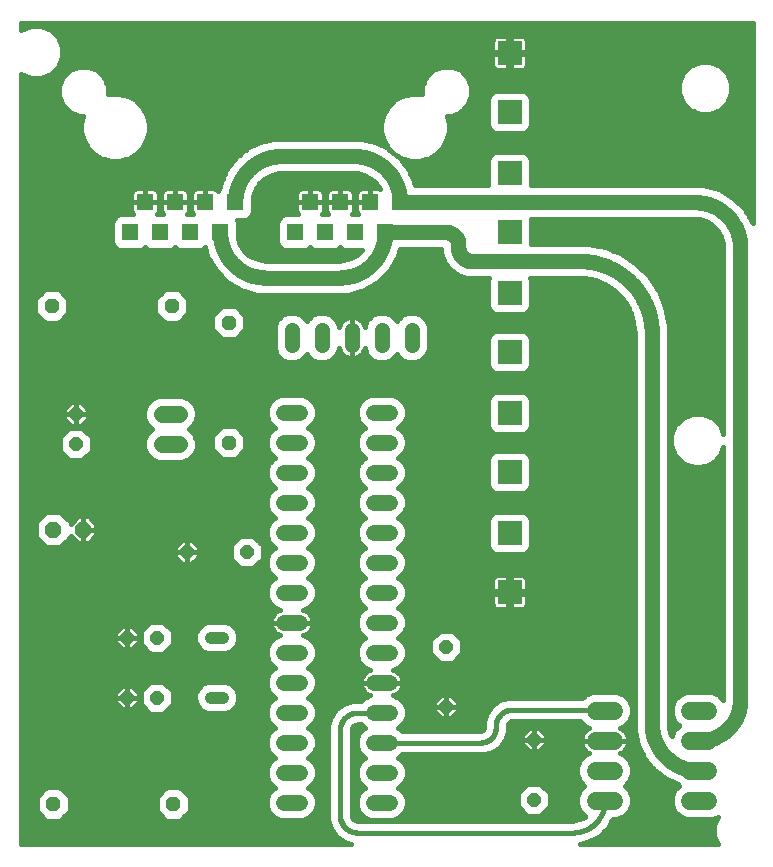
<source format=gbl>
G75*
%MOIN*%
%OFA0B0*%
%FSLAX25Y25*%
%IPPOS*%
%LPD*%
%AMOC8*
5,1,8,0,0,1.08239X$1,22.5*
%
%ADD10OC8,0.04362*%
%ADD11C,0.05200*%
%ADD12C,0.05150*%
%ADD13C,0.05600*%
%ADD14C,0.06000*%
%ADD15OC8,0.04756*%
%ADD16R,0.05543X0.05543*%
%ADD17OC8,0.05200*%
%ADD18C,0.03969*%
%ADD19R,0.07874X0.07874*%
%ADD20C,0.01600*%
%ADD21R,0.03175X0.03175*%
%ADD22C,0.05000*%
D10*
X0076102Y0055400D03*
X0086102Y0055400D03*
X0086102Y0075400D03*
X0076102Y0075400D03*
X0096102Y0103900D03*
X0116102Y0103900D03*
X0059102Y0139900D03*
X0059102Y0149900D03*
X0182602Y0072400D03*
X0182602Y0052400D03*
X0211787Y0041400D03*
X0211787Y0021400D03*
D11*
X0163702Y0020400D02*
X0158502Y0020400D01*
X0158502Y0030400D02*
X0163702Y0030400D01*
X0163702Y0040400D02*
X0158502Y0040400D01*
X0158502Y0050400D02*
X0163702Y0050400D01*
X0163702Y0060400D02*
X0158502Y0060400D01*
X0158502Y0070400D02*
X0163702Y0070400D01*
X0163702Y0080400D02*
X0158502Y0080400D01*
X0158502Y0090400D02*
X0163702Y0090400D01*
X0163702Y0100400D02*
X0158502Y0100400D01*
X0158502Y0110400D02*
X0163702Y0110400D01*
X0163702Y0120400D02*
X0158502Y0120400D01*
X0158502Y0130400D02*
X0163702Y0130400D01*
X0163702Y0140400D02*
X0158502Y0140400D01*
X0158502Y0150400D02*
X0163702Y0150400D01*
X0133702Y0150400D02*
X0128502Y0150400D01*
X0128502Y0140400D02*
X0133702Y0140400D01*
X0133702Y0130400D02*
X0128502Y0130400D01*
X0128502Y0120400D02*
X0133702Y0120400D01*
X0133702Y0110400D02*
X0128502Y0110400D01*
X0128502Y0100400D02*
X0133702Y0100400D01*
X0133702Y0090400D02*
X0128502Y0090400D01*
X0128502Y0080400D02*
X0133702Y0080400D01*
X0133702Y0070400D02*
X0128502Y0070400D01*
X0128502Y0060400D02*
X0133702Y0060400D01*
X0133702Y0050400D02*
X0128502Y0050400D01*
X0128502Y0040400D02*
X0133702Y0040400D01*
X0133702Y0030400D02*
X0128502Y0030400D01*
X0128502Y0020400D02*
X0133702Y0020400D01*
D12*
X0131102Y0172825D02*
X0131102Y0177975D01*
X0141102Y0177975D02*
X0141102Y0172825D01*
X0151102Y0172825D02*
X0151102Y0177975D01*
X0161102Y0177975D02*
X0161102Y0172825D01*
X0171102Y0172825D02*
X0171102Y0177975D01*
D13*
X0093402Y0149900D02*
X0087802Y0149900D01*
X0087802Y0139900D02*
X0093402Y0139900D01*
D14*
X0232409Y0051065D02*
X0238409Y0051065D01*
X0238409Y0041065D02*
X0232409Y0041065D01*
X0232409Y0031065D02*
X0238409Y0031065D01*
X0238409Y0021065D02*
X0232409Y0021065D01*
X0263905Y0021065D02*
X0269905Y0021065D01*
X0269905Y0031065D02*
X0263905Y0031065D01*
X0263905Y0041065D02*
X0269905Y0041065D01*
X0269905Y0051065D02*
X0263905Y0051065D01*
D15*
X0110102Y0140400D03*
X0110102Y0180400D03*
X0091102Y0185900D03*
X0051102Y0185900D03*
X0051602Y0019900D03*
X0091602Y0019900D03*
D16*
X0087216Y0210518D03*
X0077216Y0210518D03*
X0082216Y0220518D03*
X0092216Y0220518D03*
X0102216Y0220518D03*
X0112216Y0220518D03*
X0107216Y0210518D03*
X0097216Y0210518D03*
X0132216Y0210518D03*
X0142216Y0210518D03*
X0152216Y0210518D03*
X0162216Y0210518D03*
X0157216Y0220518D03*
X0147216Y0220518D03*
X0137216Y0220518D03*
X0167216Y0220518D03*
D17*
X0061602Y0111400D03*
X0051602Y0111400D03*
D18*
X0104118Y0075400D02*
X0108086Y0075400D01*
X0108086Y0055400D02*
X0104118Y0055400D01*
D19*
X0203732Y0090557D03*
X0203732Y0110243D03*
X0203732Y0130557D03*
X0203732Y0150243D03*
X0203732Y0170557D03*
X0203732Y0190243D03*
X0203732Y0210557D03*
X0203732Y0230243D03*
X0203732Y0250557D03*
X0203732Y0270243D03*
D20*
X0040802Y0263407D02*
X0040802Y0006600D01*
X0151025Y0006600D01*
X0148523Y0007413D01*
X0148523Y0007413D01*
X0145970Y0009268D01*
X0145970Y0009268D01*
X0145970Y0009268D01*
X0144115Y0011821D01*
X0144115Y0011821D01*
X0143140Y0014822D01*
X0143140Y0045978D01*
X0144115Y0048979D01*
X0144115Y0048979D01*
X0145970Y0051532D01*
X0145970Y0051532D01*
X0145970Y0051532D01*
X0148523Y0053387D01*
X0148523Y0053387D01*
X0151524Y0054362D01*
X0154315Y0054362D01*
X0155238Y0055285D01*
X0157334Y0056153D01*
X0156813Y0056322D01*
X0156196Y0056637D01*
X0155636Y0057044D01*
X0155146Y0057534D01*
X0154739Y0058094D01*
X0154424Y0058711D01*
X0154210Y0059370D01*
X0154102Y0060054D01*
X0154102Y0060400D01*
X0161102Y0060400D01*
X0161102Y0060400D01*
X0154102Y0060400D01*
X0154102Y0060746D01*
X0154210Y0061430D01*
X0154424Y0062089D01*
X0154739Y0062706D01*
X0155146Y0063266D01*
X0155636Y0063756D01*
X0156196Y0064163D01*
X0156813Y0064478D01*
X0157334Y0064647D01*
X0155238Y0065515D01*
X0153617Y0067136D01*
X0152740Y0069254D01*
X0152740Y0071546D01*
X0153617Y0073664D01*
X0155238Y0075285D01*
X0155516Y0075400D01*
X0155238Y0075515D01*
X0153617Y0077136D01*
X0152740Y0079254D01*
X0152740Y0081546D01*
X0153617Y0083664D01*
X0155238Y0085285D01*
X0155516Y0085400D01*
X0155238Y0085515D01*
X0153617Y0087136D01*
X0152740Y0089254D01*
X0152740Y0091546D01*
X0153617Y0093664D01*
X0155238Y0095285D01*
X0155516Y0095400D01*
X0155238Y0095515D01*
X0153617Y0097136D01*
X0152740Y0099254D01*
X0152740Y0101546D01*
X0153617Y0103664D01*
X0155238Y0105285D01*
X0155516Y0105400D01*
X0155238Y0105515D01*
X0153617Y0107136D01*
X0152740Y0109254D01*
X0152740Y0111546D01*
X0153617Y0113664D01*
X0155238Y0115285D01*
X0155516Y0115400D01*
X0155238Y0115515D01*
X0153617Y0117136D01*
X0152740Y0119254D01*
X0152740Y0121546D01*
X0153617Y0123664D01*
X0155238Y0125285D01*
X0155516Y0125400D01*
X0155238Y0125515D01*
X0153617Y0127136D01*
X0152740Y0129254D01*
X0152740Y0131546D01*
X0153617Y0133664D01*
X0155238Y0135285D01*
X0155516Y0135400D01*
X0155238Y0135515D01*
X0153617Y0137136D01*
X0152740Y0139254D01*
X0152740Y0141546D01*
X0153617Y0143664D01*
X0155238Y0145285D01*
X0155516Y0145400D01*
X0155238Y0145515D01*
X0153617Y0147136D01*
X0152740Y0149254D01*
X0152740Y0151546D01*
X0153617Y0153664D01*
X0155238Y0155285D01*
X0157356Y0156162D01*
X0164848Y0156162D01*
X0166966Y0155285D01*
X0168587Y0153664D01*
X0169464Y0151546D01*
X0169464Y0149254D01*
X0168587Y0147136D01*
X0166966Y0145515D01*
X0166688Y0145400D01*
X0166966Y0145285D01*
X0168587Y0143664D01*
X0169464Y0141546D01*
X0169464Y0139254D01*
X0168587Y0137136D01*
X0166966Y0135515D01*
X0166688Y0135400D01*
X0166966Y0135285D01*
X0168587Y0133664D01*
X0169464Y0131546D01*
X0169464Y0129254D01*
X0168587Y0127136D01*
X0166966Y0125515D01*
X0166688Y0125400D01*
X0166966Y0125285D01*
X0168587Y0123664D01*
X0169464Y0121546D01*
X0169464Y0119254D01*
X0168587Y0117136D01*
X0166966Y0115515D01*
X0166688Y0115400D01*
X0166966Y0115285D01*
X0168587Y0113664D01*
X0169464Y0111546D01*
X0169464Y0109254D01*
X0168587Y0107136D01*
X0166966Y0105515D01*
X0166688Y0105400D01*
X0166966Y0105285D01*
X0168587Y0103664D01*
X0169464Y0101546D01*
X0169464Y0099254D01*
X0168587Y0097136D01*
X0166966Y0095515D01*
X0166688Y0095400D01*
X0166966Y0095285D01*
X0168587Y0093664D01*
X0169464Y0091546D01*
X0169464Y0089254D01*
X0168587Y0087136D01*
X0166966Y0085515D01*
X0166688Y0085400D01*
X0166966Y0085285D01*
X0168587Y0083664D01*
X0169464Y0081546D01*
X0169464Y0079254D01*
X0168587Y0077136D01*
X0166966Y0075515D01*
X0166688Y0075400D01*
X0166966Y0075285D01*
X0168587Y0073664D01*
X0169464Y0071546D01*
X0169464Y0069254D01*
X0168587Y0067136D01*
X0166966Y0065515D01*
X0164870Y0064647D01*
X0165391Y0064478D01*
X0166008Y0064163D01*
X0166568Y0063756D01*
X0167058Y0063266D01*
X0167465Y0062706D01*
X0167780Y0062089D01*
X0167994Y0061430D01*
X0168102Y0060746D01*
X0168102Y0060400D01*
X0161102Y0060400D01*
X0161102Y0060400D01*
X0168102Y0060400D01*
X0168102Y0060054D01*
X0167994Y0059370D01*
X0167780Y0058711D01*
X0167465Y0058094D01*
X0167058Y0057534D01*
X0166568Y0057044D01*
X0166008Y0056637D01*
X0165391Y0056322D01*
X0164870Y0056153D01*
X0166966Y0055285D01*
X0168587Y0053664D01*
X0169464Y0051546D01*
X0169464Y0049254D01*
X0168587Y0047136D01*
X0166966Y0045515D01*
X0166688Y0045400D01*
X0166966Y0045285D01*
X0167889Y0044362D01*
X0194102Y0044362D01*
X0194264Y0044375D01*
X0194573Y0044475D01*
X0194836Y0044666D01*
X0195027Y0044929D01*
X0195127Y0045238D01*
X0195140Y0045400D01*
X0195140Y0047399D01*
X0196066Y0050249D01*
X0197828Y0052674D01*
X0197828Y0052674D01*
X0200253Y0054436D01*
X0203103Y0055362D01*
X0203103Y0055362D01*
X0227991Y0055362D01*
X0228919Y0056289D01*
X0231183Y0057228D01*
X0239635Y0057228D01*
X0241900Y0056289D01*
X0243633Y0054556D01*
X0244571Y0052291D01*
X0244571Y0049840D01*
X0243633Y0047575D01*
X0241900Y0045841D01*
X0240636Y0045318D01*
X0240925Y0045171D01*
X0241536Y0044727D01*
X0242070Y0044192D01*
X0242514Y0043581D01*
X0242857Y0042908D01*
X0243091Y0042189D01*
X0243209Y0041443D01*
X0243209Y0041065D01*
X0235409Y0041065D01*
X0227609Y0041065D01*
X0227609Y0040688D01*
X0227727Y0039941D01*
X0227961Y0039223D01*
X0228304Y0038550D01*
X0228748Y0037938D01*
X0229282Y0037404D01*
X0229893Y0036960D01*
X0230182Y0036813D01*
X0228919Y0036289D01*
X0227185Y0034556D01*
X0226247Y0032291D01*
X0226247Y0029840D01*
X0227185Y0027575D01*
X0228694Y0026065D01*
X0227185Y0024556D01*
X0226247Y0022291D01*
X0226247Y0019840D01*
X0227185Y0017575D01*
X0228918Y0015841D01*
X0228824Y0015747D01*
X0227309Y0014872D01*
X0225619Y0014420D01*
X0224744Y0014362D01*
X0153102Y0014362D01*
X0152783Y0014387D01*
X0152177Y0014584D01*
X0151661Y0014959D01*
X0151286Y0015475D01*
X0151089Y0016081D01*
X0151064Y0016400D01*
X0151064Y0044400D01*
X0151089Y0044719D01*
X0151286Y0045325D01*
X0151661Y0045841D01*
X0152177Y0046216D01*
X0152783Y0046413D01*
X0153102Y0046438D01*
X0154315Y0046438D01*
X0155238Y0045515D01*
X0155516Y0045400D01*
X0155238Y0045285D01*
X0153617Y0043664D01*
X0152740Y0041546D01*
X0152740Y0039254D01*
X0153617Y0037136D01*
X0155238Y0035515D01*
X0155516Y0035400D01*
X0155238Y0035285D01*
X0153617Y0033664D01*
X0152740Y0031546D01*
X0152740Y0029254D01*
X0153617Y0027136D01*
X0155238Y0025515D01*
X0155516Y0025400D01*
X0155238Y0025285D01*
X0153617Y0023664D01*
X0152740Y0021546D01*
X0152740Y0019254D01*
X0153617Y0017136D01*
X0155238Y0015515D01*
X0157356Y0014638D01*
X0164848Y0014638D01*
X0166966Y0015515D01*
X0168587Y0017136D01*
X0169464Y0019254D01*
X0169464Y0021546D01*
X0168587Y0023664D01*
X0166966Y0025285D01*
X0166688Y0025400D01*
X0166966Y0025515D01*
X0168587Y0027136D01*
X0169464Y0029254D01*
X0169464Y0031546D01*
X0168587Y0033664D01*
X0166966Y0035285D01*
X0166688Y0035400D01*
X0166966Y0035515D01*
X0167889Y0036438D01*
X0195522Y0036438D01*
X0198222Y0037315D01*
X0200518Y0038984D01*
X0202187Y0041281D01*
X0203064Y0043981D01*
X0203064Y0045900D01*
X0203083Y0046141D01*
X0203232Y0046598D01*
X0203515Y0046987D01*
X0203904Y0047270D01*
X0204361Y0047419D01*
X0204602Y0047438D01*
X0227322Y0047438D01*
X0228919Y0045841D01*
X0230182Y0045318D01*
X0229893Y0045171D01*
X0229282Y0044727D01*
X0228748Y0044192D01*
X0228304Y0043581D01*
X0227961Y0042908D01*
X0227727Y0042189D01*
X0227609Y0041443D01*
X0227609Y0041065D01*
X0235409Y0041065D01*
X0235409Y0041065D01*
X0235409Y0041065D01*
X0243209Y0041065D01*
X0243209Y0040688D01*
X0243091Y0039941D01*
X0242857Y0039223D01*
X0242514Y0038550D01*
X0242070Y0037938D01*
X0241536Y0037404D01*
X0240925Y0036960D01*
X0240636Y0036813D01*
X0241900Y0036289D01*
X0243633Y0034556D01*
X0244571Y0032291D01*
X0244571Y0029840D01*
X0243633Y0027575D01*
X0242124Y0026065D01*
X0243633Y0024556D01*
X0244571Y0022291D01*
X0244571Y0019840D01*
X0243633Y0017575D01*
X0241900Y0015841D01*
X0239635Y0014903D01*
X0238076Y0014903D01*
X0236449Y0012084D01*
X0236449Y0012084D01*
X0236449Y0012084D01*
X0233725Y0009360D01*
X0230390Y0007435D01*
X0227275Y0006600D01*
X0273058Y0006600D01*
X0271928Y0009327D01*
X0271928Y0012803D01*
X0273143Y0015737D01*
X0271131Y0014903D01*
X0262679Y0014903D01*
X0260415Y0015841D01*
X0258681Y0017575D01*
X0257743Y0019840D01*
X0257743Y0022291D01*
X0258681Y0024556D01*
X0260191Y0026065D01*
X0259778Y0026478D01*
X0259771Y0026480D01*
X0259771Y0026480D01*
X0255413Y0028578D01*
X0255413Y0028578D01*
X0251631Y0031594D01*
X0251631Y0031594D01*
X0251631Y0031594D01*
X0248615Y0035376D01*
X0248615Y0035376D01*
X0246516Y0039734D01*
X0246516Y0039734D01*
X0245440Y0044450D01*
X0245440Y0176900D01*
X0245352Y0178697D01*
X0244650Y0182223D01*
X0243275Y0185544D01*
X0241277Y0188533D01*
X0241277Y0188533D01*
X0238735Y0191075D01*
X0235746Y0193072D01*
X0232425Y0194448D01*
X0228899Y0195149D01*
X0227102Y0195238D01*
X0210653Y0195238D01*
X0210831Y0194809D01*
X0210831Y0185677D01*
X0210350Y0184514D01*
X0209460Y0183625D01*
X0208298Y0183143D01*
X0199166Y0183143D01*
X0198004Y0183625D01*
X0197114Y0184514D01*
X0196633Y0185677D01*
X0196633Y0194809D01*
X0196811Y0195238D01*
X0189493Y0195238D01*
X0186431Y0196233D01*
X0186431Y0196233D01*
X0183827Y0198125D01*
X0183827Y0198125D01*
X0183827Y0198125D01*
X0181935Y0200729D01*
X0181935Y0200729D01*
X0180940Y0203790D01*
X0180940Y0204856D01*
X0167094Y0204856D01*
X0166462Y0202497D01*
X0166462Y0202497D01*
X0163727Y0197759D01*
X0163727Y0197759D01*
X0159858Y0193890D01*
X0159858Y0193890D01*
X0155119Y0191154D01*
X0155119Y0191154D01*
X0149834Y0189738D01*
X0119599Y0189738D01*
X0114313Y0191154D01*
X0114313Y0191154D01*
X0109575Y0193890D01*
X0109575Y0193890D01*
X0105706Y0197759D01*
X0105706Y0197759D01*
X0102970Y0202497D01*
X0102970Y0202497D01*
X0102176Y0205462D01*
X0101779Y0205066D01*
X0100617Y0204584D01*
X0093816Y0204584D01*
X0092653Y0205066D01*
X0092216Y0205503D01*
X0091779Y0205066D01*
X0090617Y0204584D01*
X0083816Y0204584D01*
X0082653Y0205066D01*
X0082216Y0205503D01*
X0081779Y0205066D01*
X0080617Y0204584D01*
X0073816Y0204584D01*
X0072653Y0205066D01*
X0071764Y0205955D01*
X0071282Y0207117D01*
X0071282Y0213919D01*
X0071764Y0215081D01*
X0072653Y0215971D01*
X0073816Y0216452D01*
X0078194Y0216452D01*
X0078004Y0216641D01*
X0077767Y0217052D01*
X0077645Y0217509D01*
X0077645Y0220432D01*
X0082130Y0220432D01*
X0082130Y0220604D01*
X0077645Y0220604D01*
X0077645Y0223527D01*
X0077767Y0223985D01*
X0078004Y0224395D01*
X0078339Y0224730D01*
X0078750Y0224967D01*
X0079208Y0225090D01*
X0082130Y0225090D01*
X0082130Y0220604D01*
X0082302Y0220604D01*
X0082302Y0225090D01*
X0085225Y0225090D01*
X0085683Y0224967D01*
X0086093Y0224730D01*
X0086428Y0224395D01*
X0086665Y0223985D01*
X0086788Y0223527D01*
X0086788Y0220604D01*
X0082302Y0220604D01*
X0082302Y0220432D01*
X0086788Y0220432D01*
X0086788Y0217509D01*
X0086665Y0217052D01*
X0086428Y0216641D01*
X0086239Y0216452D01*
X0088194Y0216452D01*
X0088004Y0216641D01*
X0087767Y0217052D01*
X0087645Y0217509D01*
X0087645Y0220432D01*
X0092130Y0220432D01*
X0092130Y0220604D01*
X0087645Y0220604D01*
X0087645Y0223527D01*
X0087767Y0223985D01*
X0088004Y0224395D01*
X0088339Y0224730D01*
X0088750Y0224967D01*
X0089208Y0225090D01*
X0092130Y0225090D01*
X0092130Y0220604D01*
X0092302Y0220604D01*
X0092302Y0225090D01*
X0095225Y0225090D01*
X0095683Y0224967D01*
X0096093Y0224730D01*
X0096428Y0224395D01*
X0096665Y0223985D01*
X0096788Y0223527D01*
X0096788Y0220604D01*
X0092302Y0220604D01*
X0092302Y0220432D01*
X0096788Y0220432D01*
X0096788Y0217509D01*
X0096665Y0217052D01*
X0096428Y0216641D01*
X0096239Y0216452D01*
X0098194Y0216452D01*
X0098004Y0216641D01*
X0097767Y0217052D01*
X0097645Y0217509D01*
X0097645Y0220432D01*
X0102130Y0220432D01*
X0102130Y0220604D01*
X0097645Y0220604D01*
X0097645Y0223527D01*
X0097767Y0223985D01*
X0098004Y0224395D01*
X0098339Y0224730D01*
X0098750Y0224967D01*
X0099208Y0225090D01*
X0102130Y0225090D01*
X0102130Y0220604D01*
X0102302Y0220604D01*
X0102302Y0225090D01*
X0105225Y0225090D01*
X0105683Y0224967D01*
X0106093Y0224730D01*
X0106428Y0224395D01*
X0106458Y0224343D01*
X0106764Y0225081D01*
X0107140Y0225457D01*
X0107609Y0227512D01*
X0107609Y0227513D01*
X0109667Y0231785D01*
X0112624Y0235493D01*
X0112624Y0235493D01*
X0116331Y0238449D01*
X0120604Y0240507D01*
X0125227Y0241562D01*
X0125227Y0241562D01*
X0154205Y0241562D01*
X0158829Y0240507D01*
X0158829Y0240507D01*
X0163101Y0238449D01*
X0163101Y0238449D01*
X0164819Y0237080D01*
X0163256Y0238643D01*
X0161782Y0241196D01*
X0161019Y0244044D01*
X0161019Y0246992D01*
X0161782Y0249840D01*
X0163256Y0252394D01*
X0165341Y0254478D01*
X0167894Y0255953D01*
X0170742Y0256716D01*
X0173690Y0256716D01*
X0174621Y0256466D01*
X0174621Y0259146D01*
X0175861Y0262141D01*
X0178153Y0264432D01*
X0181147Y0265672D01*
X0184388Y0265672D01*
X0187382Y0264432D01*
X0189674Y0262141D01*
X0190914Y0259146D01*
X0190914Y0255906D01*
X0189674Y0252911D01*
X0187382Y0250620D01*
X0184388Y0249380D01*
X0182774Y0249380D01*
X0183414Y0246992D01*
X0183414Y0244044D01*
X0182651Y0241196D01*
X0181177Y0238643D01*
X0179092Y0236558D01*
X0176538Y0235084D01*
X0173690Y0234320D01*
X0170742Y0234320D01*
X0167894Y0235084D01*
X0165821Y0236280D01*
X0166809Y0235493D01*
X0166809Y0235493D01*
X0166809Y0235493D01*
X0169766Y0231785D01*
X0169766Y0231785D01*
X0171823Y0227513D01*
X0171823Y0227512D01*
X0172127Y0226180D01*
X0196633Y0226180D01*
X0196633Y0234809D01*
X0197114Y0235971D01*
X0198004Y0236860D01*
X0199166Y0237342D01*
X0208298Y0237342D01*
X0209460Y0236860D01*
X0210350Y0235971D01*
X0210831Y0234809D01*
X0210831Y0226180D01*
X0268220Y0226180D01*
X0273505Y0224764D01*
X0273505Y0224764D01*
X0278243Y0222028D01*
X0278243Y0222028D01*
X0282112Y0218159D01*
X0282112Y0218159D01*
X0284713Y0213655D01*
X0284713Y0280200D01*
X0040802Y0280200D01*
X0040802Y0277897D01*
X0040964Y0278059D01*
X0044175Y0279389D01*
X0047651Y0279389D01*
X0050862Y0278059D01*
X0053320Y0275601D01*
X0054650Y0272390D01*
X0054650Y0268914D01*
X0053320Y0265703D01*
X0050862Y0263245D01*
X0047651Y0261915D01*
X0044175Y0261915D01*
X0040964Y0263245D01*
X0040802Y0263407D01*
X0040802Y0261957D02*
X0044073Y0261957D01*
X0040802Y0260359D02*
X0054021Y0260359D01*
X0053519Y0259146D02*
X0053519Y0255906D01*
X0054759Y0252911D01*
X0057050Y0250620D01*
X0060045Y0249380D01*
X0061658Y0249380D01*
X0061019Y0246992D01*
X0061019Y0244044D01*
X0061782Y0241196D01*
X0063256Y0238643D01*
X0065341Y0236558D01*
X0067894Y0235084D01*
X0070742Y0234320D01*
X0073690Y0234320D01*
X0076538Y0235084D01*
X0079092Y0236558D01*
X0081177Y0238643D01*
X0082651Y0241196D01*
X0083414Y0244044D01*
X0083414Y0246992D01*
X0082651Y0249840D01*
X0081177Y0252394D01*
X0079092Y0254478D01*
X0076538Y0255953D01*
X0073690Y0256716D01*
X0070742Y0256716D01*
X0069812Y0256466D01*
X0069812Y0259146D01*
X0068571Y0262141D01*
X0066280Y0264432D01*
X0063285Y0265672D01*
X0060045Y0265672D01*
X0057050Y0264432D01*
X0054759Y0262141D01*
X0053519Y0259146D01*
X0053519Y0258760D02*
X0040802Y0258760D01*
X0040802Y0257162D02*
X0053519Y0257162D01*
X0053660Y0255563D02*
X0040802Y0255563D01*
X0040802Y0253965D02*
X0054322Y0253965D01*
X0055304Y0252366D02*
X0040802Y0252366D01*
X0040802Y0250768D02*
X0056902Y0250768D01*
X0061174Y0247571D02*
X0040802Y0247571D01*
X0040802Y0249169D02*
X0061602Y0249169D01*
X0061019Y0245972D02*
X0040802Y0245972D01*
X0040802Y0244374D02*
X0061019Y0244374D01*
X0061359Y0242775D02*
X0040802Y0242775D01*
X0040802Y0241177D02*
X0061793Y0241177D01*
X0062716Y0239578D02*
X0040802Y0239578D01*
X0040802Y0237980D02*
X0063919Y0237980D01*
X0065647Y0236381D02*
X0040802Y0236381D01*
X0040802Y0234783D02*
X0069017Y0234783D01*
X0075415Y0234783D02*
X0112057Y0234783D01*
X0110783Y0233184D02*
X0040802Y0233184D01*
X0040802Y0231586D02*
X0109571Y0231586D01*
X0108801Y0229987D02*
X0040802Y0229987D01*
X0040802Y0228389D02*
X0108031Y0228389D01*
X0107444Y0226790D02*
X0040802Y0226790D01*
X0040802Y0225192D02*
X0106874Y0225192D01*
X0102302Y0223593D02*
X0102130Y0223593D01*
X0102130Y0221995D02*
X0102302Y0221995D01*
X0097645Y0221995D02*
X0096788Y0221995D01*
X0096770Y0223593D02*
X0097662Y0223593D01*
X0097645Y0220396D02*
X0096788Y0220396D01*
X0096788Y0218798D02*
X0097645Y0218798D01*
X0097728Y0217199D02*
X0096705Y0217199D01*
X0092302Y0221995D02*
X0092130Y0221995D01*
X0092130Y0223593D02*
X0092302Y0223593D01*
X0087662Y0223593D02*
X0086770Y0223593D01*
X0086788Y0221995D02*
X0087645Y0221995D01*
X0087645Y0220396D02*
X0086788Y0220396D01*
X0086788Y0218798D02*
X0087645Y0218798D01*
X0087728Y0217199D02*
X0086705Y0217199D01*
X0082302Y0221995D02*
X0082130Y0221995D01*
X0082130Y0223593D02*
X0082302Y0223593D01*
X0077662Y0223593D02*
X0040802Y0223593D01*
X0040802Y0221995D02*
X0077645Y0221995D01*
X0077645Y0220396D02*
X0040802Y0220396D01*
X0040802Y0218798D02*
X0077645Y0218798D01*
X0077728Y0217199D02*
X0040802Y0217199D01*
X0040802Y0215601D02*
X0072283Y0215601D01*
X0071317Y0214002D02*
X0040802Y0214002D01*
X0040802Y0212403D02*
X0071282Y0212403D01*
X0071282Y0210805D02*
X0040802Y0210805D01*
X0040802Y0209206D02*
X0071282Y0209206D01*
X0071282Y0207608D02*
X0040802Y0207608D01*
X0040802Y0206009D02*
X0071741Y0206009D01*
X0087391Y0190024D02*
X0054813Y0190024D01*
X0053397Y0191440D02*
X0048807Y0191440D01*
X0045562Y0188195D01*
X0045562Y0183605D01*
X0048807Y0180360D01*
X0053397Y0180360D01*
X0056642Y0183605D01*
X0056642Y0188195D01*
X0053397Y0191440D01*
X0056411Y0188426D02*
X0085793Y0188426D01*
X0085562Y0188195D02*
X0085562Y0183605D01*
X0088807Y0180360D01*
X0093397Y0180360D01*
X0096642Y0183605D01*
X0096642Y0188195D01*
X0093397Y0191440D01*
X0088807Y0191440D01*
X0085562Y0188195D01*
X0085562Y0186827D02*
X0056642Y0186827D01*
X0056642Y0185229D02*
X0085562Y0185229D01*
X0085562Y0183630D02*
X0056642Y0183630D01*
X0055069Y0182032D02*
X0087135Y0182032D01*
X0088734Y0180433D02*
X0053470Y0180433D01*
X0048734Y0180433D02*
X0040802Y0180433D01*
X0040802Y0178835D02*
X0104562Y0178835D01*
X0104562Y0178105D02*
X0107807Y0174860D01*
X0112397Y0174860D01*
X0115642Y0178105D01*
X0115642Y0182695D01*
X0112397Y0185940D01*
X0107807Y0185940D01*
X0104562Y0182695D01*
X0104562Y0178105D01*
X0105431Y0177236D02*
X0040802Y0177236D01*
X0040802Y0175638D02*
X0107029Y0175638D01*
X0104562Y0180433D02*
X0093470Y0180433D01*
X0095069Y0182032D02*
X0104562Y0182032D01*
X0105497Y0183630D02*
X0096642Y0183630D01*
X0096642Y0185229D02*
X0107096Y0185229D01*
X0113108Y0185229D02*
X0196818Y0185229D01*
X0196633Y0186827D02*
X0096642Y0186827D01*
X0096411Y0188426D02*
X0196633Y0188426D01*
X0196633Y0190024D02*
X0150903Y0190024D01*
X0155931Y0191623D02*
X0196633Y0191623D01*
X0196633Y0193221D02*
X0158700Y0193221D01*
X0160788Y0194820D02*
X0196637Y0194820D01*
X0186175Y0196418D02*
X0162386Y0196418D01*
X0163876Y0198017D02*
X0183975Y0198017D01*
X0182744Y0199615D02*
X0164798Y0199615D01*
X0165721Y0201214D02*
X0181777Y0201214D01*
X0181258Y0202812D02*
X0166547Y0202812D01*
X0166975Y0204411D02*
X0180940Y0204411D01*
X0172440Y0183630D02*
X0197998Y0183630D01*
X0199166Y0177657D02*
X0198004Y0177175D01*
X0197114Y0176286D01*
X0196633Y0175123D01*
X0196633Y0165991D01*
X0197114Y0164829D01*
X0198004Y0163940D01*
X0199166Y0163458D01*
X0208298Y0163458D01*
X0209460Y0163940D01*
X0210350Y0164829D01*
X0210831Y0165991D01*
X0210831Y0175123D01*
X0210350Y0176286D01*
X0209460Y0177175D01*
X0208298Y0177657D01*
X0199166Y0177657D01*
X0198151Y0177236D02*
X0176839Y0177236D01*
X0176839Y0175638D02*
X0196846Y0175638D01*
X0196633Y0174039D02*
X0176839Y0174039D01*
X0176839Y0172441D02*
X0196633Y0172441D01*
X0196633Y0170842D02*
X0176490Y0170842D01*
X0176839Y0171684D02*
X0176839Y0179116D01*
X0175966Y0181225D01*
X0174352Y0182838D01*
X0172243Y0183712D01*
X0169961Y0183712D01*
X0167852Y0182838D01*
X0166238Y0181225D01*
X0166102Y0180895D01*
X0165966Y0181225D01*
X0164352Y0182838D01*
X0162243Y0183712D01*
X0159961Y0183712D01*
X0157852Y0182838D01*
X0156238Y0181225D01*
X0155365Y0179116D01*
X0155365Y0179012D01*
X0155156Y0179654D01*
X0154844Y0180268D01*
X0154439Y0180825D01*
X0153952Y0181312D01*
X0153395Y0181716D01*
X0152781Y0182029D01*
X0152127Y0182242D01*
X0151446Y0182350D01*
X0151102Y0182350D01*
X0150758Y0182350D01*
X0150078Y0182242D01*
X0149423Y0182029D01*
X0148809Y0181716D01*
X0148252Y0181312D01*
X0147765Y0180825D01*
X0147360Y0180268D01*
X0147048Y0179654D01*
X0146839Y0179012D01*
X0146839Y0179116D01*
X0145966Y0181225D01*
X0144352Y0182838D01*
X0142243Y0183712D01*
X0139961Y0183712D01*
X0137852Y0182838D01*
X0136238Y0181225D01*
X0136102Y0180895D01*
X0135966Y0181225D01*
X0134352Y0182838D01*
X0132243Y0183712D01*
X0129961Y0183712D01*
X0127852Y0182838D01*
X0126238Y0181225D01*
X0125365Y0179116D01*
X0125365Y0171684D01*
X0126238Y0169575D01*
X0127852Y0167962D01*
X0129961Y0167088D01*
X0132243Y0167088D01*
X0134352Y0167962D01*
X0135966Y0169575D01*
X0136102Y0169905D01*
X0136238Y0169575D01*
X0137852Y0167962D01*
X0139961Y0167088D01*
X0142243Y0167088D01*
X0144352Y0167962D01*
X0145966Y0169575D01*
X0146839Y0171684D01*
X0146839Y0171788D01*
X0147048Y0171146D01*
X0147360Y0170532D01*
X0147765Y0169975D01*
X0148252Y0169488D01*
X0148809Y0169084D01*
X0149423Y0168771D01*
X0150078Y0168558D01*
X0150758Y0168450D01*
X0151102Y0168450D01*
X0151102Y0175400D01*
X0151102Y0182350D01*
X0151102Y0175400D01*
X0151102Y0175400D01*
X0151102Y0175400D01*
X0151102Y0168450D01*
X0151446Y0168450D01*
X0152127Y0168558D01*
X0152781Y0168771D01*
X0153395Y0169084D01*
X0153952Y0169488D01*
X0154439Y0169975D01*
X0154844Y0170532D01*
X0155156Y0171146D01*
X0155365Y0171788D01*
X0155365Y0171684D01*
X0156238Y0169575D01*
X0157852Y0167962D01*
X0159961Y0167088D01*
X0162243Y0167088D01*
X0164352Y0167962D01*
X0165966Y0169575D01*
X0166102Y0169905D01*
X0166238Y0169575D01*
X0167852Y0167962D01*
X0169961Y0167088D01*
X0172243Y0167088D01*
X0174352Y0167962D01*
X0175966Y0169575D01*
X0176839Y0171684D01*
X0175634Y0169244D02*
X0196633Y0169244D01*
X0196633Y0167645D02*
X0173588Y0167645D01*
X0168616Y0167645D02*
X0163588Y0167645D01*
X0165634Y0169244D02*
X0166570Y0169244D01*
X0158616Y0167645D02*
X0143588Y0167645D01*
X0145634Y0169244D02*
X0148589Y0169244D01*
X0147202Y0170842D02*
X0146490Y0170842D01*
X0151102Y0170842D02*
X0151102Y0170842D01*
X0151102Y0169244D02*
X0151102Y0169244D01*
X0153615Y0169244D02*
X0156570Y0169244D01*
X0155714Y0170842D02*
X0155002Y0170842D01*
X0151102Y0172441D02*
X0151102Y0172441D01*
X0151102Y0174039D02*
X0151102Y0174039D01*
X0151102Y0175638D02*
X0151102Y0175638D01*
X0151102Y0177236D02*
X0151102Y0177236D01*
X0151102Y0178835D02*
X0151102Y0178835D01*
X0151102Y0180433D02*
X0151102Y0180433D01*
X0151102Y0182032D02*
X0151102Y0182032D01*
X0149431Y0182032D02*
X0145158Y0182032D01*
X0146293Y0180433D02*
X0147481Y0180433D01*
X0152773Y0182032D02*
X0157046Y0182032D01*
X0155911Y0180433D02*
X0154723Y0180433D01*
X0159764Y0183630D02*
X0142440Y0183630D01*
X0139764Y0183630D02*
X0132440Y0183630D01*
X0129764Y0183630D02*
X0114707Y0183630D01*
X0115642Y0182032D02*
X0127046Y0182032D01*
X0125911Y0180433D02*
X0115642Y0180433D01*
X0115642Y0178835D02*
X0125365Y0178835D01*
X0125365Y0177236D02*
X0114773Y0177236D01*
X0113175Y0175638D02*
X0125365Y0175638D01*
X0125365Y0174039D02*
X0040802Y0174039D01*
X0040802Y0172441D02*
X0125365Y0172441D01*
X0125714Y0170842D02*
X0040802Y0170842D01*
X0040802Y0169244D02*
X0126570Y0169244D01*
X0128616Y0167645D02*
X0040802Y0167645D01*
X0040802Y0166047D02*
X0196633Y0166047D01*
X0197495Y0164448D02*
X0040802Y0164448D01*
X0040802Y0162850D02*
X0245440Y0162850D01*
X0245440Y0164448D02*
X0209969Y0164448D01*
X0210831Y0166047D02*
X0245440Y0166047D01*
X0245440Y0167645D02*
X0210831Y0167645D01*
X0210831Y0169244D02*
X0245440Y0169244D01*
X0245440Y0170842D02*
X0210831Y0170842D01*
X0210831Y0172441D02*
X0245440Y0172441D01*
X0245440Y0174039D02*
X0210831Y0174039D01*
X0210618Y0175638D02*
X0245440Y0175638D01*
X0245423Y0177236D02*
X0209313Y0177236D01*
X0209466Y0183630D02*
X0244067Y0183630D01*
X0244688Y0182032D02*
X0175158Y0182032D01*
X0176293Y0180433D02*
X0245006Y0180433D01*
X0245324Y0178835D02*
X0176839Y0178835D01*
X0169764Y0183630D02*
X0162440Y0183630D01*
X0165158Y0182032D02*
X0167046Y0182032D01*
X0152855Y0203016D02*
X0150717Y0201782D01*
X0148332Y0201143D01*
X0147098Y0201062D01*
X0122334Y0201062D01*
X0121100Y0201143D01*
X0118716Y0201782D01*
X0116578Y0203016D01*
X0114832Y0204762D01*
X0113598Y0206899D01*
X0113150Y0208572D01*
X0113150Y0213919D01*
X0112874Y0214584D01*
X0115617Y0214584D01*
X0116779Y0215066D01*
X0117669Y0215955D01*
X0118150Y0217117D01*
X0118150Y0222529D01*
X0118424Y0223728D01*
X0119368Y0225689D01*
X0120725Y0227391D01*
X0122427Y0228748D01*
X0124388Y0229692D01*
X0126510Y0230177D01*
X0127598Y0230238D01*
X0151834Y0230238D01*
X0152923Y0230177D01*
X0155045Y0229692D01*
X0157006Y0228748D01*
X0158707Y0227391D01*
X0160064Y0225689D01*
X0160372Y0225050D01*
X0160225Y0225090D01*
X0157302Y0225090D01*
X0157302Y0220604D01*
X0157130Y0220604D01*
X0157130Y0220432D01*
X0152645Y0220432D01*
X0152645Y0217509D01*
X0152767Y0217052D01*
X0153004Y0216641D01*
X0153194Y0216452D01*
X0151239Y0216452D01*
X0151428Y0216641D01*
X0151665Y0217052D01*
X0151788Y0217509D01*
X0151788Y0220432D01*
X0147302Y0220432D01*
X0147302Y0220604D01*
X0147130Y0220604D01*
X0147130Y0220432D01*
X0142645Y0220432D01*
X0142645Y0217509D01*
X0142767Y0217052D01*
X0143004Y0216641D01*
X0143194Y0216452D01*
X0141239Y0216452D01*
X0141428Y0216641D01*
X0141665Y0217052D01*
X0141788Y0217509D01*
X0141788Y0220432D01*
X0137302Y0220432D01*
X0137302Y0220604D01*
X0137130Y0220604D01*
X0137130Y0220432D01*
X0132645Y0220432D01*
X0132645Y0217509D01*
X0132767Y0217052D01*
X0133004Y0216641D01*
X0133194Y0216452D01*
X0128816Y0216452D01*
X0127653Y0215971D01*
X0126764Y0215081D01*
X0126282Y0213919D01*
X0126282Y0207117D01*
X0126764Y0205955D01*
X0127653Y0205066D01*
X0128816Y0204584D01*
X0135617Y0204584D01*
X0136779Y0205066D01*
X0137216Y0205503D01*
X0137653Y0205066D01*
X0138816Y0204584D01*
X0145617Y0204584D01*
X0146779Y0205066D01*
X0147216Y0205503D01*
X0147653Y0205066D01*
X0148816Y0204584D01*
X0154423Y0204584D01*
X0152855Y0203016D01*
X0152502Y0202812D02*
X0116931Y0202812D01*
X0115183Y0204411D02*
X0154249Y0204411D01*
X0148597Y0201214D02*
X0120836Y0201214D01*
X0126741Y0206009D02*
X0114112Y0206009D01*
X0113408Y0207608D02*
X0126282Y0207608D01*
X0126282Y0209206D02*
X0113150Y0209206D01*
X0113150Y0210805D02*
X0126282Y0210805D01*
X0126282Y0212403D02*
X0113150Y0212403D01*
X0113116Y0214002D02*
X0126317Y0214002D01*
X0127283Y0215601D02*
X0117314Y0215601D01*
X0118150Y0217199D02*
X0132728Y0217199D01*
X0132645Y0218798D02*
X0118150Y0218798D01*
X0118150Y0220396D02*
X0132645Y0220396D01*
X0132645Y0220604D02*
X0137130Y0220604D01*
X0137130Y0225090D01*
X0134208Y0225090D01*
X0133750Y0224967D01*
X0133339Y0224730D01*
X0133004Y0224395D01*
X0132767Y0223985D01*
X0132645Y0223527D01*
X0132645Y0220604D01*
X0132645Y0221995D02*
X0118150Y0221995D01*
X0118393Y0223593D02*
X0132662Y0223593D01*
X0137130Y0223593D02*
X0137302Y0223593D01*
X0137302Y0225090D02*
X0137302Y0220604D01*
X0141788Y0220604D01*
X0141788Y0223527D01*
X0141665Y0223985D01*
X0141428Y0224395D01*
X0141093Y0224730D01*
X0140683Y0224967D01*
X0140225Y0225090D01*
X0137302Y0225090D01*
X0137302Y0221995D02*
X0137130Y0221995D01*
X0141788Y0221995D02*
X0142645Y0221995D01*
X0142645Y0220604D02*
X0147130Y0220604D01*
X0147130Y0225090D01*
X0144208Y0225090D01*
X0143750Y0224967D01*
X0143339Y0224730D01*
X0143004Y0224395D01*
X0142767Y0223985D01*
X0142645Y0223527D01*
X0142645Y0220604D01*
X0142645Y0220396D02*
X0141788Y0220396D01*
X0141788Y0218798D02*
X0142645Y0218798D01*
X0142728Y0217199D02*
X0141705Y0217199D01*
X0147302Y0220604D02*
X0147302Y0225090D01*
X0150225Y0225090D01*
X0150683Y0224967D01*
X0151093Y0224730D01*
X0151428Y0224395D01*
X0151665Y0223985D01*
X0151788Y0223527D01*
X0151788Y0220604D01*
X0147302Y0220604D01*
X0147302Y0221995D02*
X0147130Y0221995D01*
X0147130Y0223593D02*
X0147302Y0223593D01*
X0151770Y0223593D02*
X0152662Y0223593D01*
X0152645Y0223527D02*
X0152645Y0220604D01*
X0157130Y0220604D01*
X0157130Y0225090D01*
X0154208Y0225090D01*
X0153750Y0224967D01*
X0153339Y0224730D01*
X0153004Y0224395D01*
X0152767Y0223985D01*
X0152645Y0223527D01*
X0152645Y0221995D02*
X0151788Y0221995D01*
X0151788Y0220396D02*
X0152645Y0220396D01*
X0152645Y0218798D02*
X0151788Y0218798D01*
X0151705Y0217199D02*
X0152728Y0217199D01*
X0157130Y0221995D02*
X0157302Y0221995D01*
X0157302Y0223593D02*
X0157130Y0223593D01*
X0159186Y0226790D02*
X0120246Y0226790D01*
X0119129Y0225192D02*
X0160304Y0225192D01*
X0157456Y0228389D02*
X0121976Y0228389D01*
X0125679Y0229987D02*
X0153753Y0229987D01*
X0160757Y0239578D02*
X0162716Y0239578D01*
X0161793Y0241177D02*
X0155894Y0241177D01*
X0161359Y0242775D02*
X0083074Y0242775D01*
X0083414Y0244374D02*
X0161019Y0244374D01*
X0161019Y0245972D02*
X0083414Y0245972D01*
X0083259Y0247571D02*
X0161174Y0247571D01*
X0161602Y0249169D02*
X0082831Y0249169D01*
X0082115Y0250768D02*
X0162317Y0250768D01*
X0163240Y0252366D02*
X0081192Y0252366D01*
X0079605Y0253965D02*
X0164827Y0253965D01*
X0167220Y0255563D02*
X0077213Y0255563D01*
X0069812Y0257162D02*
X0174621Y0257162D01*
X0174621Y0258760D02*
X0069812Y0258760D01*
X0069309Y0260359D02*
X0175123Y0260359D01*
X0175785Y0261957D02*
X0068647Y0261957D01*
X0067156Y0263556D02*
X0177276Y0263556D01*
X0179896Y0265154D02*
X0064536Y0265154D01*
X0058794Y0265154D02*
X0052771Y0265154D01*
X0053755Y0266753D02*
X0197995Y0266753D01*
X0197995Y0266069D02*
X0198118Y0265611D01*
X0198355Y0265200D01*
X0198690Y0264865D01*
X0199100Y0264628D01*
X0199558Y0264506D01*
X0203252Y0264506D01*
X0203252Y0269763D01*
X0197995Y0269763D01*
X0197995Y0266069D01*
X0198401Y0265154D02*
X0185639Y0265154D01*
X0188258Y0263556D02*
X0261487Y0263556D01*
X0261506Y0263601D02*
X0260176Y0260390D01*
X0260176Y0256914D01*
X0261506Y0253703D01*
X0263964Y0251245D01*
X0267175Y0249915D01*
X0270651Y0249915D01*
X0273862Y0251245D01*
X0276320Y0253703D01*
X0277650Y0256914D01*
X0277650Y0260390D01*
X0276320Y0263601D01*
X0273862Y0266059D01*
X0270651Y0267389D01*
X0267175Y0267389D01*
X0263964Y0266059D01*
X0261506Y0263601D01*
X0260825Y0261957D02*
X0189750Y0261957D01*
X0190412Y0260359D02*
X0260176Y0260359D01*
X0260176Y0258760D02*
X0190914Y0258760D01*
X0190914Y0257162D02*
X0197990Y0257162D01*
X0198004Y0257175D02*
X0197114Y0256286D01*
X0196633Y0255123D01*
X0196633Y0245991D01*
X0197114Y0244829D01*
X0198004Y0243940D01*
X0199166Y0243458D01*
X0208298Y0243458D01*
X0209460Y0243940D01*
X0210350Y0244829D01*
X0210831Y0245991D01*
X0210831Y0255123D01*
X0210350Y0256286D01*
X0209460Y0257175D01*
X0208298Y0257657D01*
X0199166Y0257657D01*
X0198004Y0257175D01*
X0196815Y0255563D02*
X0190772Y0255563D01*
X0190110Y0253965D02*
X0196633Y0253965D01*
X0196633Y0252366D02*
X0189129Y0252366D01*
X0187530Y0250768D02*
X0196633Y0250768D01*
X0196633Y0249169D02*
X0182831Y0249169D01*
X0183259Y0247571D02*
X0196633Y0247571D01*
X0196641Y0245972D02*
X0183414Y0245972D01*
X0183414Y0244374D02*
X0197570Y0244374D01*
X0197525Y0236381D02*
X0178786Y0236381D01*
X0180514Y0237980D02*
X0284713Y0237980D01*
X0284713Y0239578D02*
X0181717Y0239578D01*
X0182640Y0241177D02*
X0284713Y0241177D01*
X0284713Y0242775D02*
X0183074Y0242775D01*
X0175415Y0234783D02*
X0196633Y0234783D01*
X0196633Y0233184D02*
X0168650Y0233184D01*
X0169017Y0234783D02*
X0167375Y0234783D01*
X0169862Y0231586D02*
X0196633Y0231586D01*
X0196633Y0229987D02*
X0170631Y0229987D01*
X0171401Y0228389D02*
X0196633Y0228389D01*
X0196633Y0226790D02*
X0171988Y0226790D01*
X0163919Y0237980D02*
X0163690Y0237980D01*
X0142662Y0223593D02*
X0141770Y0223593D01*
X0123538Y0241177D02*
X0082640Y0241177D01*
X0081717Y0239578D02*
X0118675Y0239578D01*
X0115742Y0237980D02*
X0080514Y0237980D01*
X0078786Y0236381D02*
X0113738Y0236381D01*
X0102457Y0204411D02*
X0040802Y0204411D01*
X0040802Y0202812D02*
X0102886Y0202812D01*
X0103711Y0201214D02*
X0040802Y0201214D01*
X0040802Y0199615D02*
X0104634Y0199615D01*
X0105557Y0198017D02*
X0040802Y0198017D01*
X0040802Y0196418D02*
X0107046Y0196418D01*
X0108645Y0194820D02*
X0040802Y0194820D01*
X0040802Y0193221D02*
X0110733Y0193221D01*
X0109575Y0193890D02*
X0109575Y0193890D01*
X0113501Y0191623D02*
X0040802Y0191623D01*
X0040802Y0190024D02*
X0047391Y0190024D01*
X0045793Y0188426D02*
X0040802Y0188426D01*
X0040802Y0186827D02*
X0045562Y0186827D01*
X0045562Y0185229D02*
X0040802Y0185229D01*
X0040802Y0183630D02*
X0045562Y0183630D01*
X0047135Y0182032D02*
X0040802Y0182032D01*
X0040802Y0161251D02*
X0245440Y0161251D01*
X0245440Y0159653D02*
X0040802Y0159653D01*
X0040802Y0158054D02*
X0245440Y0158054D01*
X0245440Y0156456D02*
X0209865Y0156456D01*
X0209460Y0156860D02*
X0210350Y0155971D01*
X0210831Y0154809D01*
X0210831Y0145677D01*
X0210350Y0144514D01*
X0209460Y0143625D01*
X0208298Y0143143D01*
X0199166Y0143143D01*
X0198004Y0143625D01*
X0197114Y0144514D01*
X0196633Y0145677D01*
X0196633Y0154809D01*
X0197114Y0155971D01*
X0198004Y0156860D01*
X0199166Y0157342D01*
X0208298Y0157342D01*
X0209460Y0156860D01*
X0210811Y0154857D02*
X0245440Y0154857D01*
X0245440Y0153259D02*
X0210831Y0153259D01*
X0210831Y0151660D02*
X0245440Y0151660D01*
X0245440Y0150062D02*
X0210831Y0150062D01*
X0210831Y0148463D02*
X0245440Y0148463D01*
X0245440Y0146865D02*
X0210831Y0146865D01*
X0210661Y0145266D02*
X0245440Y0145266D01*
X0245440Y0143668D02*
X0209503Y0143668D01*
X0208298Y0137657D02*
X0209460Y0137175D01*
X0210350Y0136286D01*
X0210831Y0135123D01*
X0210831Y0125991D01*
X0210350Y0124829D01*
X0209460Y0123940D01*
X0208298Y0123458D01*
X0199166Y0123458D01*
X0198004Y0123940D01*
X0197114Y0124829D01*
X0196633Y0125991D01*
X0196633Y0135123D01*
X0197114Y0136286D01*
X0198004Y0137175D01*
X0199166Y0137657D01*
X0208298Y0137657D01*
X0209223Y0137273D02*
X0245440Y0137273D01*
X0245440Y0135675D02*
X0210603Y0135675D01*
X0210831Y0134076D02*
X0245440Y0134076D01*
X0245440Y0132478D02*
X0210831Y0132478D01*
X0210831Y0130879D02*
X0245440Y0130879D01*
X0245440Y0129281D02*
X0210831Y0129281D01*
X0210831Y0127682D02*
X0245440Y0127682D01*
X0245440Y0126084D02*
X0210831Y0126084D01*
X0210006Y0124485D02*
X0245440Y0124485D01*
X0245440Y0122887D02*
X0168909Y0122887D01*
X0169464Y0121288D02*
X0245440Y0121288D01*
X0245440Y0119690D02*
X0169464Y0119690D01*
X0168983Y0118091D02*
X0245440Y0118091D01*
X0245440Y0116493D02*
X0209828Y0116493D01*
X0209460Y0116860D02*
X0210350Y0115971D01*
X0210831Y0114809D01*
X0210831Y0105677D01*
X0210350Y0104514D01*
X0209460Y0103625D01*
X0208298Y0103143D01*
X0199166Y0103143D01*
X0198004Y0103625D01*
X0197114Y0104514D01*
X0196633Y0105677D01*
X0196633Y0114809D01*
X0197114Y0115971D01*
X0198004Y0116860D01*
X0199166Y0117342D01*
X0208298Y0117342D01*
X0209460Y0116860D01*
X0210796Y0114894D02*
X0245440Y0114894D01*
X0245440Y0113296D02*
X0210831Y0113296D01*
X0210831Y0111697D02*
X0245440Y0111697D01*
X0245440Y0110099D02*
X0210831Y0110099D01*
X0210831Y0108500D02*
X0245440Y0108500D01*
X0245440Y0106902D02*
X0210831Y0106902D01*
X0210677Y0105303D02*
X0245440Y0105303D01*
X0245440Y0103705D02*
X0209540Y0103705D01*
X0207906Y0096294D02*
X0204212Y0096294D01*
X0204212Y0091037D01*
X0209469Y0091037D01*
X0209469Y0094731D01*
X0209346Y0095189D01*
X0209109Y0095600D01*
X0208774Y0095935D01*
X0208364Y0096172D01*
X0207906Y0096294D01*
X0208997Y0095712D02*
X0245440Y0095712D01*
X0245440Y0094114D02*
X0209469Y0094114D01*
X0209469Y0092515D02*
X0245440Y0092515D01*
X0245440Y0090917D02*
X0204212Y0090917D01*
X0204212Y0091037D02*
X0204212Y0090078D01*
X0209469Y0090078D01*
X0209469Y0086383D01*
X0209346Y0085926D01*
X0209109Y0085515D01*
X0208774Y0085180D01*
X0208364Y0084943D01*
X0207906Y0084820D01*
X0204212Y0084820D01*
X0204212Y0090078D01*
X0203252Y0090078D01*
X0197995Y0090078D01*
X0197995Y0086383D01*
X0198118Y0085926D01*
X0198355Y0085515D01*
X0198690Y0085180D01*
X0199100Y0084943D01*
X0199558Y0084820D01*
X0203252Y0084820D01*
X0203252Y0090078D01*
X0203252Y0091037D01*
X0197995Y0091037D01*
X0197995Y0094731D01*
X0198118Y0095189D01*
X0198355Y0095600D01*
X0198690Y0095935D01*
X0199100Y0096172D01*
X0199558Y0096294D01*
X0203252Y0096294D01*
X0203252Y0091037D01*
X0204212Y0091037D01*
X0203252Y0090917D02*
X0169464Y0090917D01*
X0169464Y0089318D02*
X0197995Y0089318D01*
X0197995Y0087720D02*
X0168829Y0087720D01*
X0167572Y0086121D02*
X0198065Y0086121D01*
X0203252Y0086121D02*
X0204212Y0086121D01*
X0204212Y0087720D02*
X0203252Y0087720D01*
X0203252Y0089318D02*
X0204212Y0089318D01*
X0204212Y0092515D02*
X0203252Y0092515D01*
X0203252Y0094114D02*
X0204212Y0094114D01*
X0204212Y0095712D02*
X0203252Y0095712D01*
X0198467Y0095712D02*
X0167163Y0095712D01*
X0168137Y0094114D02*
X0197995Y0094114D01*
X0197995Y0092515D02*
X0169063Y0092515D01*
X0168659Y0097311D02*
X0245440Y0097311D01*
X0245440Y0098909D02*
X0169322Y0098909D01*
X0169464Y0100508D02*
X0245440Y0100508D01*
X0245440Y0102106D02*
X0169232Y0102106D01*
X0168546Y0103705D02*
X0197924Y0103705D01*
X0196787Y0105303D02*
X0166922Y0105303D01*
X0168353Y0106902D02*
X0196633Y0106902D01*
X0196633Y0108500D02*
X0169152Y0108500D01*
X0169464Y0110099D02*
X0196633Y0110099D01*
X0196633Y0111697D02*
X0169402Y0111697D01*
X0168740Y0113296D02*
X0196633Y0113296D01*
X0196668Y0114894D02*
X0167357Y0114894D01*
X0167944Y0116493D02*
X0197636Y0116493D01*
X0197458Y0124485D02*
X0167766Y0124485D01*
X0167535Y0126084D02*
X0196633Y0126084D01*
X0196633Y0127682D02*
X0168813Y0127682D01*
X0169464Y0129281D02*
X0196633Y0129281D01*
X0196633Y0130879D02*
X0169464Y0130879D01*
X0169078Y0132478D02*
X0196633Y0132478D01*
X0196633Y0134076D02*
X0168175Y0134076D01*
X0167126Y0135675D02*
X0196861Y0135675D01*
X0198241Y0137273D02*
X0168644Y0137273D01*
X0169306Y0138872D02*
X0245440Y0138872D01*
X0245440Y0140470D02*
X0169464Y0140470D01*
X0169248Y0142069D02*
X0245440Y0142069D01*
X0256764Y0142069D02*
X0257676Y0142069D01*
X0257676Y0142890D02*
X0257676Y0139414D01*
X0259006Y0136203D01*
X0261464Y0133745D01*
X0264675Y0132415D01*
X0268151Y0132415D01*
X0271362Y0133745D01*
X0273820Y0136203D01*
X0274940Y0138907D01*
X0274940Y0054762D01*
X0274939Y0054746D01*
X0273396Y0056289D01*
X0271131Y0057228D01*
X0262679Y0057228D01*
X0260415Y0056289D01*
X0258681Y0054556D01*
X0257743Y0052291D01*
X0257743Y0049840D01*
X0258681Y0047575D01*
X0260191Y0046065D01*
X0258681Y0044556D01*
X0257827Y0042494D01*
X0257333Y0043519D01*
X0256828Y0045733D01*
X0256764Y0046868D01*
X0256764Y0179821D01*
X0255624Y0185552D01*
X0253388Y0190950D01*
X0250142Y0195809D01*
X0246011Y0199940D01*
X0241152Y0203186D01*
X0235754Y0205422D01*
X0230024Y0206562D01*
X0210831Y0206562D01*
X0210831Y0214856D01*
X0265484Y0214856D01*
X0266718Y0214775D01*
X0269103Y0214136D01*
X0271240Y0212902D01*
X0272986Y0211156D01*
X0274220Y0209019D01*
X0274859Y0206634D01*
X0274940Y0205400D01*
X0274940Y0143397D01*
X0273820Y0146101D01*
X0271362Y0148559D01*
X0268151Y0149889D01*
X0264675Y0149889D01*
X0261464Y0148559D01*
X0259006Y0146101D01*
X0257676Y0142890D01*
X0257998Y0143668D02*
X0256764Y0143668D01*
X0256764Y0145266D02*
X0258660Y0145266D01*
X0259770Y0146865D02*
X0256764Y0146865D01*
X0256764Y0148463D02*
X0261368Y0148463D01*
X0256764Y0150062D02*
X0274940Y0150062D01*
X0274940Y0151660D02*
X0256764Y0151660D01*
X0256764Y0153259D02*
X0274940Y0153259D01*
X0274940Y0154857D02*
X0256764Y0154857D01*
X0256764Y0156456D02*
X0274940Y0156456D01*
X0274940Y0158054D02*
X0256764Y0158054D01*
X0256764Y0159653D02*
X0274940Y0159653D01*
X0274940Y0161251D02*
X0256764Y0161251D01*
X0256764Y0162850D02*
X0274940Y0162850D01*
X0274940Y0164448D02*
X0256764Y0164448D01*
X0256764Y0166047D02*
X0274940Y0166047D01*
X0274940Y0167645D02*
X0256764Y0167645D01*
X0256764Y0169244D02*
X0274940Y0169244D01*
X0274940Y0170842D02*
X0256764Y0170842D01*
X0256764Y0172441D02*
X0274940Y0172441D01*
X0274940Y0174039D02*
X0256764Y0174039D01*
X0256764Y0175638D02*
X0274940Y0175638D01*
X0274940Y0177236D02*
X0256764Y0177236D01*
X0256764Y0178835D02*
X0274940Y0178835D01*
X0274940Y0180433D02*
X0256643Y0180433D01*
X0256325Y0182032D02*
X0274940Y0182032D01*
X0274940Y0183630D02*
X0256007Y0183630D01*
X0255689Y0185229D02*
X0274940Y0185229D01*
X0274940Y0186827D02*
X0255096Y0186827D01*
X0255624Y0185552D02*
X0255624Y0185552D01*
X0254434Y0188426D02*
X0274940Y0188426D01*
X0274940Y0190024D02*
X0253772Y0190024D01*
X0252939Y0191623D02*
X0274940Y0191623D01*
X0274940Y0193221D02*
X0251871Y0193221D01*
X0250803Y0194820D02*
X0274940Y0194820D01*
X0274940Y0196418D02*
X0249532Y0196418D01*
X0247934Y0198017D02*
X0274940Y0198017D01*
X0274940Y0199615D02*
X0246335Y0199615D01*
X0246011Y0199940D02*
X0246011Y0199940D01*
X0244104Y0201214D02*
X0274940Y0201214D01*
X0274940Y0202812D02*
X0241712Y0202812D01*
X0238196Y0204411D02*
X0274940Y0204411D01*
X0274900Y0206009D02*
X0232802Y0206009D01*
X0230557Y0194820D02*
X0210827Y0194820D01*
X0210831Y0193221D02*
X0235387Y0193221D01*
X0237916Y0191623D02*
X0210831Y0191623D01*
X0210831Y0190024D02*
X0239786Y0190024D01*
X0241349Y0188426D02*
X0210831Y0188426D01*
X0210831Y0186827D02*
X0242417Y0186827D01*
X0243405Y0185229D02*
X0210646Y0185229D01*
X0210831Y0207608D02*
X0274598Y0207608D01*
X0274112Y0209206D02*
X0210831Y0209206D01*
X0210831Y0210805D02*
X0273189Y0210805D01*
X0271739Y0212403D02*
X0210831Y0212403D01*
X0210831Y0214002D02*
X0269335Y0214002D01*
X0266718Y0214775D02*
X0266718Y0214775D01*
X0271910Y0225192D02*
X0284713Y0225192D01*
X0284713Y0226790D02*
X0210831Y0226790D01*
X0210831Y0228389D02*
X0284713Y0228389D01*
X0284713Y0229987D02*
X0210831Y0229987D01*
X0210831Y0231586D02*
X0284713Y0231586D01*
X0284713Y0233184D02*
X0210831Y0233184D01*
X0210831Y0234783D02*
X0284713Y0234783D01*
X0284713Y0236381D02*
X0209939Y0236381D01*
X0209894Y0244374D02*
X0284713Y0244374D01*
X0284713Y0245972D02*
X0210823Y0245972D01*
X0210831Y0247571D02*
X0284713Y0247571D01*
X0284713Y0249169D02*
X0210831Y0249169D01*
X0210831Y0250768D02*
X0265116Y0250768D01*
X0262843Y0252366D02*
X0210831Y0252366D01*
X0210831Y0253965D02*
X0261398Y0253965D01*
X0260736Y0255563D02*
X0210649Y0255563D01*
X0209474Y0257162D02*
X0260176Y0257162D01*
X0263059Y0265154D02*
X0209063Y0265154D01*
X0209109Y0265200D02*
X0209346Y0265611D01*
X0209469Y0266069D01*
X0209469Y0269763D01*
X0204212Y0269763D01*
X0204212Y0270722D01*
X0209469Y0270722D01*
X0209469Y0274416D01*
X0209346Y0274874D01*
X0209109Y0275285D01*
X0208774Y0275620D01*
X0208364Y0275857D01*
X0207906Y0275980D01*
X0204212Y0275980D01*
X0204212Y0270722D01*
X0203252Y0270722D01*
X0203252Y0269763D01*
X0204212Y0269763D01*
X0204212Y0264506D01*
X0207906Y0264506D01*
X0208364Y0264628D01*
X0208774Y0264865D01*
X0209109Y0265200D01*
X0209469Y0266753D02*
X0265640Y0266753D01*
X0272187Y0266753D02*
X0284713Y0266753D01*
X0284713Y0268351D02*
X0209469Y0268351D01*
X0209469Y0271548D02*
X0284713Y0271548D01*
X0284713Y0269950D02*
X0204212Y0269950D01*
X0203252Y0269950D02*
X0054650Y0269950D01*
X0054650Y0271548D02*
X0197995Y0271548D01*
X0197995Y0270722D02*
X0197995Y0274416D01*
X0198118Y0274874D01*
X0198355Y0275285D01*
X0198690Y0275620D01*
X0199100Y0275857D01*
X0199558Y0275980D01*
X0203252Y0275980D01*
X0203252Y0270722D01*
X0197995Y0270722D01*
X0197995Y0268351D02*
X0054417Y0268351D01*
X0054337Y0273147D02*
X0197995Y0273147D01*
X0198083Y0274745D02*
X0053674Y0274745D01*
X0052577Y0276344D02*
X0284713Y0276344D01*
X0284713Y0277942D02*
X0050979Y0277942D01*
X0040848Y0277942D02*
X0040802Y0277942D01*
X0040802Y0279541D02*
X0284713Y0279541D01*
X0284713Y0274745D02*
X0209381Y0274745D01*
X0209469Y0273147D02*
X0284713Y0273147D01*
X0284713Y0265154D02*
X0274767Y0265154D01*
X0276339Y0263556D02*
X0284713Y0263556D01*
X0284713Y0261957D02*
X0277001Y0261957D01*
X0277650Y0260359D02*
X0284713Y0260359D01*
X0284713Y0258760D02*
X0277650Y0258760D01*
X0277650Y0257162D02*
X0284713Y0257162D01*
X0284713Y0255563D02*
X0277091Y0255563D01*
X0276428Y0253965D02*
X0284713Y0253965D01*
X0284713Y0252366D02*
X0274983Y0252366D01*
X0272710Y0250768D02*
X0284713Y0250768D01*
X0284713Y0223593D02*
X0275533Y0223593D01*
X0278277Y0221995D02*
X0284713Y0221995D01*
X0284713Y0220396D02*
X0279876Y0220396D01*
X0281474Y0218798D02*
X0284713Y0218798D01*
X0284713Y0217199D02*
X0282667Y0217199D01*
X0283590Y0215601D02*
X0284713Y0215601D01*
X0284713Y0214002D02*
X0284513Y0214002D01*
X0274940Y0148463D02*
X0271458Y0148463D01*
X0273057Y0146865D02*
X0274940Y0146865D01*
X0274940Y0145266D02*
X0274166Y0145266D01*
X0274828Y0143668D02*
X0274940Y0143668D01*
X0274926Y0138872D02*
X0274940Y0138872D01*
X0274940Y0137273D02*
X0274263Y0137273D01*
X0274940Y0135675D02*
X0273292Y0135675D01*
X0271694Y0134076D02*
X0274940Y0134076D01*
X0274940Y0132478D02*
X0268303Y0132478D01*
X0264523Y0132478D02*
X0256764Y0132478D01*
X0256764Y0134076D02*
X0261133Y0134076D01*
X0259534Y0135675D02*
X0256764Y0135675D01*
X0256764Y0137273D02*
X0258563Y0137273D01*
X0257901Y0138872D02*
X0256764Y0138872D01*
X0256764Y0140470D02*
X0257676Y0140470D01*
X0256764Y0130879D02*
X0274940Y0130879D01*
X0274940Y0129281D02*
X0256764Y0129281D01*
X0256764Y0127682D02*
X0274940Y0127682D01*
X0274940Y0126084D02*
X0256764Y0126084D01*
X0256764Y0124485D02*
X0274940Y0124485D01*
X0274940Y0122887D02*
X0256764Y0122887D01*
X0256764Y0121288D02*
X0274940Y0121288D01*
X0274940Y0119690D02*
X0256764Y0119690D01*
X0256764Y0118091D02*
X0274940Y0118091D01*
X0274940Y0116493D02*
X0256764Y0116493D01*
X0256764Y0114894D02*
X0274940Y0114894D01*
X0274940Y0113296D02*
X0256764Y0113296D01*
X0256764Y0111697D02*
X0274940Y0111697D01*
X0274940Y0110099D02*
X0256764Y0110099D01*
X0256764Y0108500D02*
X0274940Y0108500D01*
X0274940Y0106902D02*
X0256764Y0106902D01*
X0256764Y0105303D02*
X0274940Y0105303D01*
X0274940Y0103705D02*
X0256764Y0103705D01*
X0256764Y0102106D02*
X0274940Y0102106D01*
X0274940Y0100508D02*
X0256764Y0100508D01*
X0256764Y0098909D02*
X0274940Y0098909D01*
X0274940Y0097311D02*
X0256764Y0097311D01*
X0256764Y0095712D02*
X0274940Y0095712D01*
X0274940Y0094114D02*
X0256764Y0094114D01*
X0256764Y0092515D02*
X0274940Y0092515D01*
X0274940Y0090917D02*
X0256764Y0090917D01*
X0256764Y0089318D02*
X0274940Y0089318D01*
X0274940Y0087720D02*
X0256764Y0087720D01*
X0256764Y0086121D02*
X0274940Y0086121D01*
X0274940Y0084523D02*
X0256764Y0084523D01*
X0256764Y0082924D02*
X0274940Y0082924D01*
X0274940Y0081326D02*
X0256764Y0081326D01*
X0256764Y0079727D02*
X0274940Y0079727D01*
X0274940Y0078129D02*
X0256764Y0078129D01*
X0256764Y0076530D02*
X0274940Y0076530D01*
X0274940Y0074932D02*
X0256764Y0074932D01*
X0256764Y0073333D02*
X0274940Y0073333D01*
X0274940Y0071734D02*
X0256764Y0071734D01*
X0256764Y0070136D02*
X0274940Y0070136D01*
X0274940Y0068537D02*
X0256764Y0068537D01*
X0256764Y0066939D02*
X0274940Y0066939D01*
X0274940Y0065340D02*
X0256764Y0065340D01*
X0256764Y0063742D02*
X0274940Y0063742D01*
X0274940Y0062143D02*
X0256764Y0062143D01*
X0256764Y0060545D02*
X0274940Y0060545D01*
X0274940Y0058946D02*
X0256764Y0058946D01*
X0256764Y0057348D02*
X0274940Y0057348D01*
X0274940Y0055749D02*
X0273936Y0055749D01*
X0259875Y0055749D02*
X0256764Y0055749D01*
X0256764Y0054151D02*
X0258513Y0054151D01*
X0257851Y0052552D02*
X0256764Y0052552D01*
X0256764Y0050954D02*
X0257743Y0050954D01*
X0257944Y0049355D02*
X0256764Y0049355D01*
X0256764Y0047757D02*
X0258606Y0047757D01*
X0260098Y0046158D02*
X0256804Y0046158D01*
X0257096Y0044560D02*
X0258685Y0044560D01*
X0258021Y0042961D02*
X0257602Y0042961D01*
X0248041Y0036567D02*
X0241229Y0036567D01*
X0242236Y0038166D02*
X0247271Y0038166D01*
X0246509Y0039764D02*
X0243033Y0039764D01*
X0243209Y0041363D02*
X0246144Y0041363D01*
X0245780Y0042961D02*
X0242830Y0042961D01*
X0241703Y0044560D02*
X0245440Y0044560D01*
X0245440Y0046158D02*
X0242217Y0046158D01*
X0243709Y0047757D02*
X0245440Y0047757D01*
X0245440Y0049355D02*
X0244371Y0049355D01*
X0244571Y0050954D02*
X0245440Y0050954D01*
X0245440Y0052552D02*
X0244463Y0052552D01*
X0243801Y0054151D02*
X0245440Y0054151D01*
X0245440Y0055749D02*
X0242440Y0055749D01*
X0245440Y0057348D02*
X0166873Y0057348D01*
X0167856Y0058946D02*
X0245440Y0058946D01*
X0245440Y0060545D02*
X0168102Y0060545D01*
X0167752Y0062143D02*
X0245440Y0062143D01*
X0245440Y0063742D02*
X0166583Y0063742D01*
X0166545Y0065340D02*
X0245440Y0065340D01*
X0245440Y0066939D02*
X0168390Y0066939D01*
X0169168Y0068537D02*
X0178908Y0068537D01*
X0180389Y0067057D02*
X0184815Y0067057D01*
X0187945Y0070187D01*
X0187945Y0074613D01*
X0184815Y0077743D01*
X0180389Y0077743D01*
X0177259Y0074613D01*
X0177259Y0070187D01*
X0180389Y0067057D01*
X0177309Y0070136D02*
X0169464Y0070136D01*
X0169386Y0071734D02*
X0177259Y0071734D01*
X0177259Y0073333D02*
X0168724Y0073333D01*
X0167320Y0074932D02*
X0177577Y0074932D01*
X0179176Y0076530D02*
X0167981Y0076530D01*
X0168998Y0078129D02*
X0245440Y0078129D01*
X0245440Y0079727D02*
X0169464Y0079727D01*
X0169464Y0081326D02*
X0245440Y0081326D01*
X0245440Y0082924D02*
X0168894Y0082924D01*
X0167728Y0084523D02*
X0245440Y0084523D01*
X0245440Y0086121D02*
X0209399Y0086121D01*
X0209469Y0087720D02*
X0245440Y0087720D01*
X0245440Y0089318D02*
X0209469Y0089318D01*
X0187627Y0074932D02*
X0245440Y0074932D01*
X0245440Y0076530D02*
X0186029Y0076530D01*
X0187945Y0073333D02*
X0245440Y0073333D01*
X0245440Y0071734D02*
X0187945Y0071734D01*
X0187895Y0070136D02*
X0245440Y0070136D01*
X0245440Y0068537D02*
X0186296Y0068537D01*
X0184251Y0056381D02*
X0182602Y0056381D01*
X0180953Y0056381D01*
X0178621Y0054049D01*
X0178621Y0052400D01*
X0182602Y0052400D01*
X0182602Y0052400D01*
X0178621Y0052400D01*
X0178621Y0050751D01*
X0180953Y0048419D01*
X0182602Y0048419D01*
X0182602Y0052400D01*
X0182602Y0056381D01*
X0182602Y0052400D01*
X0182602Y0052400D01*
X0182602Y0052400D01*
X0182602Y0048419D01*
X0184251Y0048419D01*
X0186583Y0050751D01*
X0186583Y0052400D01*
X0186583Y0054049D01*
X0184251Y0056381D01*
X0184883Y0055749D02*
X0228379Y0055749D01*
X0235075Y0051400D02*
X0204602Y0051400D01*
X0203089Y0046158D02*
X0228602Y0046158D01*
X0229115Y0044560D02*
X0214257Y0044560D01*
X0213436Y0045381D02*
X0211787Y0045381D01*
X0210138Y0045381D01*
X0207806Y0043049D01*
X0207806Y0041400D01*
X0211787Y0041400D01*
X0211787Y0041400D01*
X0207806Y0041400D01*
X0207806Y0039751D01*
X0210138Y0037419D01*
X0211787Y0037419D01*
X0211787Y0041400D01*
X0211787Y0045381D01*
X0211787Y0041400D01*
X0211787Y0041400D01*
X0211787Y0041400D01*
X0211787Y0037419D01*
X0213436Y0037419D01*
X0215768Y0039751D01*
X0215768Y0041400D01*
X0215768Y0043049D01*
X0213436Y0045381D01*
X0211787Y0044560D02*
X0211787Y0044560D01*
X0211787Y0042961D02*
X0211787Y0042961D01*
X0211787Y0041400D02*
X0215768Y0041400D01*
X0211787Y0041400D01*
X0211787Y0041400D01*
X0211787Y0041363D02*
X0211787Y0041363D01*
X0211787Y0039764D02*
X0211787Y0039764D01*
X0211787Y0038166D02*
X0211787Y0038166D01*
X0209391Y0038166D02*
X0199392Y0038166D01*
X0200518Y0038984D02*
X0200518Y0038984D01*
X0200518Y0038984D01*
X0201085Y0039764D02*
X0207806Y0039764D01*
X0207806Y0041363D02*
X0202214Y0041363D01*
X0202187Y0041281D02*
X0202187Y0041281D01*
X0202733Y0042961D02*
X0207806Y0042961D01*
X0209317Y0044560D02*
X0203064Y0044560D01*
X0199102Y0045900D02*
X0199104Y0046046D01*
X0199110Y0046193D01*
X0199120Y0046339D01*
X0199133Y0046485D01*
X0199151Y0046630D01*
X0199172Y0046775D01*
X0199197Y0046919D01*
X0199226Y0047063D01*
X0199259Y0047205D01*
X0199296Y0047347D01*
X0199336Y0047488D01*
X0199380Y0047627D01*
X0199428Y0047766D01*
X0199480Y0047903D01*
X0199535Y0048039D01*
X0199594Y0048173D01*
X0199656Y0048305D01*
X0199722Y0048436D01*
X0199791Y0048565D01*
X0199863Y0048692D01*
X0199939Y0048817D01*
X0200019Y0048940D01*
X0200101Y0049061D01*
X0200187Y0049180D01*
X0200276Y0049296D01*
X0200368Y0049410D01*
X0200463Y0049522D01*
X0200561Y0049631D01*
X0200661Y0049737D01*
X0200765Y0049841D01*
X0200871Y0049941D01*
X0200980Y0050039D01*
X0201092Y0050134D01*
X0201206Y0050226D01*
X0201322Y0050315D01*
X0201441Y0050401D01*
X0201562Y0050483D01*
X0201685Y0050563D01*
X0201810Y0050639D01*
X0201937Y0050711D01*
X0202066Y0050780D01*
X0202197Y0050846D01*
X0202329Y0050908D01*
X0202463Y0050967D01*
X0202599Y0051022D01*
X0202736Y0051074D01*
X0202875Y0051122D01*
X0203014Y0051166D01*
X0203155Y0051206D01*
X0203297Y0051243D01*
X0203439Y0051276D01*
X0203583Y0051305D01*
X0203727Y0051330D01*
X0203872Y0051351D01*
X0204017Y0051369D01*
X0204163Y0051382D01*
X0204309Y0051392D01*
X0204456Y0051398D01*
X0204602Y0051400D01*
X0199860Y0054151D02*
X0186481Y0054151D01*
X0186583Y0052552D02*
X0197739Y0052552D01*
X0196578Y0050954D02*
X0186583Y0050954D01*
X0186583Y0052400D02*
X0182602Y0052400D01*
X0186583Y0052400D01*
X0185188Y0049355D02*
X0195776Y0049355D01*
X0195256Y0047757D02*
X0168844Y0047757D01*
X0169464Y0049355D02*
X0180017Y0049355D01*
X0178621Y0050954D02*
X0169464Y0050954D01*
X0169047Y0052552D02*
X0178621Y0052552D01*
X0178723Y0054151D02*
X0168100Y0054151D01*
X0165845Y0055749D02*
X0180321Y0055749D01*
X0182602Y0055749D02*
X0182602Y0055749D01*
X0182602Y0054151D02*
X0182602Y0054151D01*
X0182602Y0052552D02*
X0182602Y0052552D01*
X0182602Y0052400D02*
X0182602Y0052400D01*
X0182602Y0050954D02*
X0182602Y0050954D01*
X0182602Y0049355D02*
X0182602Y0049355D01*
X0194102Y0040400D02*
X0194242Y0040402D01*
X0194382Y0040408D01*
X0194522Y0040418D01*
X0194662Y0040431D01*
X0194801Y0040449D01*
X0194940Y0040471D01*
X0195077Y0040496D01*
X0195215Y0040525D01*
X0195351Y0040558D01*
X0195486Y0040595D01*
X0195620Y0040636D01*
X0195753Y0040681D01*
X0195885Y0040729D01*
X0196015Y0040781D01*
X0196144Y0040836D01*
X0196271Y0040895D01*
X0196397Y0040958D01*
X0196521Y0041024D01*
X0196642Y0041093D01*
X0196762Y0041166D01*
X0196880Y0041243D01*
X0196995Y0041322D01*
X0197109Y0041405D01*
X0197219Y0041491D01*
X0197328Y0041580D01*
X0197434Y0041672D01*
X0197537Y0041767D01*
X0197638Y0041864D01*
X0197735Y0041965D01*
X0197830Y0042068D01*
X0197922Y0042174D01*
X0198011Y0042283D01*
X0198097Y0042393D01*
X0198180Y0042507D01*
X0198259Y0042622D01*
X0198336Y0042740D01*
X0198409Y0042860D01*
X0198478Y0042981D01*
X0198544Y0043105D01*
X0198607Y0043231D01*
X0198666Y0043358D01*
X0198721Y0043487D01*
X0198773Y0043617D01*
X0198821Y0043749D01*
X0198866Y0043882D01*
X0198907Y0044016D01*
X0198944Y0044151D01*
X0198977Y0044287D01*
X0199006Y0044425D01*
X0199031Y0044562D01*
X0199053Y0044701D01*
X0199071Y0044840D01*
X0199084Y0044980D01*
X0199094Y0045120D01*
X0199100Y0045260D01*
X0199102Y0045400D01*
X0199102Y0045900D01*
X0195140Y0046158D02*
X0167609Y0046158D01*
X0167691Y0044560D02*
X0194690Y0044560D01*
X0194102Y0040400D02*
X0161102Y0040400D01*
X0154513Y0044560D02*
X0151077Y0044560D01*
X0151064Y0042961D02*
X0153326Y0042961D01*
X0147102Y0044400D02*
X0147104Y0044552D01*
X0147110Y0044704D01*
X0147119Y0044856D01*
X0147133Y0045007D01*
X0147150Y0045158D01*
X0147171Y0045309D01*
X0147196Y0045459D01*
X0147225Y0045608D01*
X0147257Y0045756D01*
X0147294Y0045904D01*
X0147333Y0046051D01*
X0147377Y0046196D01*
X0147425Y0046341D01*
X0147475Y0046484D01*
X0147530Y0046626D01*
X0147588Y0046766D01*
X0147650Y0046905D01*
X0147715Y0047042D01*
X0147784Y0047178D01*
X0147856Y0047312D01*
X0147931Y0047444D01*
X0148010Y0047574D01*
X0148092Y0047702D01*
X0148177Y0047828D01*
X0148266Y0047951D01*
X0148357Y0048073D01*
X0148452Y0048192D01*
X0148549Y0048308D01*
X0148650Y0048422D01*
X0148753Y0048534D01*
X0148859Y0048643D01*
X0148968Y0048749D01*
X0149080Y0048852D01*
X0149194Y0048953D01*
X0149310Y0049050D01*
X0149429Y0049145D01*
X0149551Y0049236D01*
X0149674Y0049325D01*
X0149800Y0049410D01*
X0149928Y0049492D01*
X0150058Y0049571D01*
X0150190Y0049646D01*
X0150324Y0049718D01*
X0150460Y0049787D01*
X0150597Y0049852D01*
X0150736Y0049914D01*
X0150876Y0049972D01*
X0151018Y0050027D01*
X0151161Y0050077D01*
X0151306Y0050125D01*
X0151451Y0050169D01*
X0151598Y0050208D01*
X0151746Y0050245D01*
X0151894Y0050277D01*
X0152043Y0050306D01*
X0152193Y0050331D01*
X0152344Y0050352D01*
X0152495Y0050369D01*
X0152646Y0050383D01*
X0152798Y0050392D01*
X0152950Y0050398D01*
X0153102Y0050400D01*
X0161102Y0050400D01*
X0156359Y0055749D02*
X0137200Y0055749D01*
X0136966Y0055515D02*
X0138587Y0057136D01*
X0139464Y0059254D01*
X0139464Y0061546D01*
X0138587Y0063664D01*
X0136966Y0065285D01*
X0136688Y0065400D01*
X0136966Y0065515D01*
X0138587Y0067136D01*
X0139464Y0069254D01*
X0139464Y0071546D01*
X0138587Y0073664D01*
X0136966Y0075285D01*
X0134870Y0076153D01*
X0135391Y0076322D01*
X0136008Y0076637D01*
X0136568Y0077044D01*
X0137058Y0077534D01*
X0137465Y0078094D01*
X0137780Y0078711D01*
X0137994Y0079370D01*
X0138102Y0080054D01*
X0138102Y0080400D01*
X0138102Y0080746D01*
X0137994Y0081430D01*
X0137780Y0082089D01*
X0137465Y0082706D01*
X0137058Y0083266D01*
X0136568Y0083756D01*
X0136008Y0084163D01*
X0135391Y0084478D01*
X0134870Y0084647D01*
X0136966Y0085515D01*
X0138587Y0087136D01*
X0139464Y0089254D01*
X0139464Y0091546D01*
X0138587Y0093664D01*
X0136966Y0095285D01*
X0136688Y0095400D01*
X0136966Y0095515D01*
X0138587Y0097136D01*
X0139464Y0099254D01*
X0139464Y0101546D01*
X0138587Y0103664D01*
X0136966Y0105285D01*
X0136688Y0105400D01*
X0136966Y0105515D01*
X0138587Y0107136D01*
X0139464Y0109254D01*
X0139464Y0111546D01*
X0138587Y0113664D01*
X0136966Y0115285D01*
X0136688Y0115400D01*
X0136966Y0115515D01*
X0138587Y0117136D01*
X0139464Y0119254D01*
X0139464Y0121546D01*
X0138587Y0123664D01*
X0136966Y0125285D01*
X0136688Y0125400D01*
X0136966Y0125515D01*
X0138587Y0127136D01*
X0139464Y0129254D01*
X0139464Y0131546D01*
X0138587Y0133664D01*
X0136966Y0135285D01*
X0136688Y0135400D01*
X0136966Y0135515D01*
X0138587Y0137136D01*
X0139464Y0139254D01*
X0139464Y0141546D01*
X0138587Y0143664D01*
X0136966Y0145285D01*
X0136688Y0145400D01*
X0136966Y0145515D01*
X0138587Y0147136D01*
X0139464Y0149254D01*
X0139464Y0151546D01*
X0138587Y0153664D01*
X0136966Y0155285D01*
X0134848Y0156162D01*
X0127356Y0156162D01*
X0125238Y0155285D01*
X0123617Y0153664D01*
X0122740Y0151546D01*
X0122740Y0149254D01*
X0123617Y0147136D01*
X0125238Y0145515D01*
X0125516Y0145400D01*
X0125238Y0145285D01*
X0123617Y0143664D01*
X0122740Y0141546D01*
X0122740Y0139254D01*
X0123617Y0137136D01*
X0125238Y0135515D01*
X0125516Y0135400D01*
X0125238Y0135285D01*
X0123617Y0133664D01*
X0122740Y0131546D01*
X0122740Y0129254D01*
X0123617Y0127136D01*
X0125238Y0125515D01*
X0125516Y0125400D01*
X0125238Y0125285D01*
X0123617Y0123664D01*
X0122740Y0121546D01*
X0122740Y0119254D01*
X0123617Y0117136D01*
X0125238Y0115515D01*
X0125516Y0115400D01*
X0125238Y0115285D01*
X0123617Y0113664D01*
X0122740Y0111546D01*
X0122740Y0109254D01*
X0123617Y0107136D01*
X0125238Y0105515D01*
X0125516Y0105400D01*
X0125238Y0105285D01*
X0123617Y0103664D01*
X0122740Y0101546D01*
X0122740Y0099254D01*
X0123617Y0097136D01*
X0125238Y0095515D01*
X0125516Y0095400D01*
X0125238Y0095285D01*
X0123617Y0093664D01*
X0122740Y0091546D01*
X0122740Y0089254D01*
X0123617Y0087136D01*
X0125238Y0085515D01*
X0127334Y0084647D01*
X0126813Y0084478D01*
X0126196Y0084163D01*
X0125636Y0083756D01*
X0125146Y0083266D01*
X0124739Y0082706D01*
X0124424Y0082089D01*
X0124210Y0081430D01*
X0124102Y0080746D01*
X0124102Y0080400D01*
X0131102Y0080400D01*
X0131102Y0080400D01*
X0124102Y0080400D01*
X0124102Y0080054D01*
X0124210Y0079370D01*
X0124424Y0078711D01*
X0124739Y0078094D01*
X0125146Y0077534D01*
X0125636Y0077044D01*
X0126196Y0076637D01*
X0126813Y0076322D01*
X0127334Y0076153D01*
X0125238Y0075285D01*
X0123617Y0073664D01*
X0122740Y0071546D01*
X0122740Y0069254D01*
X0123617Y0067136D01*
X0125238Y0065515D01*
X0125516Y0065400D01*
X0125238Y0065285D01*
X0123617Y0063664D01*
X0122740Y0061546D01*
X0122740Y0059254D01*
X0123617Y0057136D01*
X0125238Y0055515D01*
X0125516Y0055400D01*
X0125238Y0055285D01*
X0123617Y0053664D01*
X0122740Y0051546D01*
X0122740Y0049254D01*
X0123617Y0047136D01*
X0125238Y0045515D01*
X0125516Y0045400D01*
X0125238Y0045285D01*
X0123617Y0043664D01*
X0122740Y0041546D01*
X0122740Y0039254D01*
X0123617Y0037136D01*
X0125238Y0035515D01*
X0125516Y0035400D01*
X0125238Y0035285D01*
X0123617Y0033664D01*
X0122740Y0031546D01*
X0122740Y0029254D01*
X0123617Y0027136D01*
X0125238Y0025515D01*
X0125516Y0025400D01*
X0125238Y0025285D01*
X0123617Y0023664D01*
X0122740Y0021546D01*
X0122740Y0019254D01*
X0123617Y0017136D01*
X0125238Y0015515D01*
X0127356Y0014638D01*
X0134848Y0014638D01*
X0136966Y0015515D01*
X0138587Y0017136D01*
X0139464Y0019254D01*
X0139464Y0021546D01*
X0138587Y0023664D01*
X0136966Y0025285D01*
X0136688Y0025400D01*
X0136966Y0025515D01*
X0138587Y0027136D01*
X0139464Y0029254D01*
X0139464Y0031546D01*
X0138587Y0033664D01*
X0136966Y0035285D01*
X0136688Y0035400D01*
X0136966Y0035515D01*
X0138587Y0037136D01*
X0139464Y0039254D01*
X0139464Y0041546D01*
X0138587Y0043664D01*
X0136966Y0045285D01*
X0136688Y0045400D01*
X0136966Y0045515D01*
X0138587Y0047136D01*
X0139464Y0049254D01*
X0139464Y0051546D01*
X0138587Y0053664D01*
X0136966Y0055285D01*
X0136688Y0055400D01*
X0136966Y0055515D01*
X0138100Y0054151D02*
X0150874Y0054151D01*
X0147374Y0052552D02*
X0139047Y0052552D01*
X0139464Y0050954D02*
X0145550Y0050954D01*
X0144388Y0049355D02*
X0139464Y0049355D01*
X0138844Y0047757D02*
X0143718Y0047757D01*
X0143198Y0046158D02*
X0137609Y0046158D01*
X0137691Y0044560D02*
X0143140Y0044560D01*
X0143140Y0042961D02*
X0138878Y0042961D01*
X0139464Y0041363D02*
X0143140Y0041363D01*
X0143140Y0039764D02*
X0139464Y0039764D01*
X0139014Y0038166D02*
X0143140Y0038166D01*
X0143140Y0036567D02*
X0138018Y0036567D01*
X0137282Y0034969D02*
X0143140Y0034969D01*
X0143140Y0033370D02*
X0138709Y0033370D01*
X0139371Y0031772D02*
X0143140Y0031772D01*
X0143140Y0030173D02*
X0139464Y0030173D01*
X0139183Y0028575D02*
X0143140Y0028575D01*
X0143140Y0026976D02*
X0138427Y0026976D01*
X0136742Y0025378D02*
X0143140Y0025378D01*
X0143140Y0023779D02*
X0138472Y0023779D01*
X0139201Y0022181D02*
X0143140Y0022181D01*
X0143140Y0020582D02*
X0139464Y0020582D01*
X0139352Y0018984D02*
X0143140Y0018984D01*
X0143140Y0017385D02*
X0138690Y0017385D01*
X0137238Y0015787D02*
X0143140Y0015787D01*
X0143346Y0014188D02*
X0040802Y0014188D01*
X0040802Y0012590D02*
X0143865Y0012590D01*
X0144718Y0010991D02*
X0040802Y0010991D01*
X0040802Y0009393D02*
X0145879Y0009393D01*
X0147998Y0007794D02*
X0040802Y0007794D01*
X0049307Y0014360D02*
X0053897Y0014360D01*
X0057142Y0017605D01*
X0057142Y0022195D01*
X0053897Y0025440D01*
X0049307Y0025440D01*
X0046062Y0022195D01*
X0046062Y0017605D01*
X0049307Y0014360D01*
X0047880Y0015787D02*
X0040802Y0015787D01*
X0040802Y0017385D02*
X0046282Y0017385D01*
X0046062Y0018984D02*
X0040802Y0018984D01*
X0040802Y0020582D02*
X0046062Y0020582D01*
X0046062Y0022181D02*
X0040802Y0022181D01*
X0040802Y0023779D02*
X0047646Y0023779D01*
X0049245Y0025378D02*
X0040802Y0025378D01*
X0040802Y0026976D02*
X0123777Y0026976D01*
X0123021Y0028575D02*
X0040802Y0028575D01*
X0040802Y0030173D02*
X0122740Y0030173D01*
X0122833Y0031772D02*
X0040802Y0031772D01*
X0040802Y0033370D02*
X0123495Y0033370D01*
X0124922Y0034969D02*
X0040802Y0034969D01*
X0040802Y0036567D02*
X0124186Y0036567D01*
X0123191Y0038166D02*
X0040802Y0038166D01*
X0040802Y0039764D02*
X0122740Y0039764D01*
X0122740Y0041363D02*
X0040802Y0041363D01*
X0040802Y0042961D02*
X0123326Y0042961D01*
X0124513Y0044560D02*
X0040802Y0044560D01*
X0040802Y0046158D02*
X0124595Y0046158D01*
X0123360Y0047757D02*
X0040802Y0047757D01*
X0040802Y0049355D02*
X0122740Y0049355D01*
X0122740Y0050954D02*
X0110801Y0050954D01*
X0111002Y0051037D02*
X0112449Y0052485D01*
X0113233Y0054376D01*
X0113233Y0056424D01*
X0112449Y0058315D01*
X0111002Y0059763D01*
X0109110Y0060546D01*
X0103094Y0060546D01*
X0101203Y0059763D01*
X0099755Y0058315D01*
X0098971Y0056424D01*
X0098971Y0054376D01*
X0099755Y0052485D01*
X0101203Y0051037D01*
X0103094Y0050254D01*
X0109110Y0050254D01*
X0111002Y0051037D01*
X0112477Y0052552D02*
X0123157Y0052552D01*
X0124104Y0054151D02*
X0113139Y0054151D01*
X0113233Y0055749D02*
X0125004Y0055749D01*
X0123529Y0057348D02*
X0112850Y0057348D01*
X0111818Y0058946D02*
X0122867Y0058946D01*
X0122740Y0060545D02*
X0109114Y0060545D01*
X0103090Y0060545D02*
X0088514Y0060545D01*
X0088315Y0060743D02*
X0083889Y0060743D01*
X0080759Y0057613D01*
X0080759Y0053187D01*
X0083889Y0050057D01*
X0088315Y0050057D01*
X0091445Y0053187D01*
X0091445Y0057613D01*
X0088315Y0060743D01*
X0090112Y0058946D02*
X0100386Y0058946D01*
X0099354Y0057348D02*
X0091445Y0057348D01*
X0091445Y0055749D02*
X0098971Y0055749D01*
X0099065Y0054151D02*
X0091445Y0054151D01*
X0090811Y0052552D02*
X0099727Y0052552D01*
X0101403Y0050954D02*
X0089212Y0050954D01*
X0082992Y0050954D02*
X0040802Y0050954D01*
X0040802Y0052552D02*
X0073320Y0052552D01*
X0074453Y0051419D02*
X0076102Y0051419D01*
X0076102Y0055400D01*
X0076102Y0055400D01*
X0072121Y0055400D01*
X0072121Y0057049D01*
X0074453Y0059381D01*
X0076102Y0059381D01*
X0076102Y0055400D01*
X0072121Y0055400D01*
X0072121Y0053751D01*
X0074453Y0051419D01*
X0076102Y0051419D02*
X0076102Y0055400D01*
X0076102Y0055400D01*
X0076102Y0055400D01*
X0076102Y0059381D01*
X0077751Y0059381D01*
X0080083Y0057049D01*
X0080083Y0055400D01*
X0076102Y0055400D01*
X0076102Y0055400D01*
X0080083Y0055400D01*
X0080083Y0053751D01*
X0077751Y0051419D01*
X0076102Y0051419D01*
X0076102Y0052552D02*
X0076102Y0052552D01*
X0076102Y0054151D02*
X0076102Y0054151D01*
X0076102Y0055749D02*
X0076102Y0055749D01*
X0076102Y0057348D02*
X0076102Y0057348D01*
X0076102Y0058946D02*
X0076102Y0058946D01*
X0074018Y0058946D02*
X0040802Y0058946D01*
X0040802Y0057348D02*
X0072420Y0057348D01*
X0072121Y0055749D02*
X0040802Y0055749D01*
X0040802Y0054151D02*
X0072121Y0054151D01*
X0078186Y0058946D02*
X0082092Y0058946D01*
X0080759Y0057348D02*
X0079784Y0057348D01*
X0080083Y0055749D02*
X0080759Y0055749D01*
X0080759Y0054151D02*
X0080083Y0054151D01*
X0078885Y0052552D02*
X0081393Y0052552D01*
X0083690Y0060545D02*
X0040802Y0060545D01*
X0040802Y0062143D02*
X0122987Y0062143D01*
X0123695Y0063742D02*
X0040802Y0063742D01*
X0040802Y0065340D02*
X0125372Y0065340D01*
X0123814Y0066939D02*
X0040802Y0066939D01*
X0040802Y0068537D02*
X0123037Y0068537D01*
X0122740Y0070136D02*
X0088395Y0070136D01*
X0088315Y0070057D02*
X0091445Y0073187D01*
X0091445Y0077613D01*
X0088315Y0080743D01*
X0083889Y0080743D01*
X0080759Y0077613D01*
X0080759Y0073187D01*
X0083889Y0070057D01*
X0088315Y0070057D01*
X0089993Y0071734D02*
X0100505Y0071734D01*
X0101203Y0071037D02*
X0099755Y0072485D01*
X0098971Y0074376D01*
X0098971Y0076424D01*
X0099755Y0078315D01*
X0101203Y0079763D01*
X0103094Y0080546D01*
X0109110Y0080546D01*
X0111002Y0079763D01*
X0112449Y0078315D01*
X0113233Y0076424D01*
X0113233Y0074376D01*
X0112449Y0072485D01*
X0111002Y0071037D01*
X0109110Y0070254D01*
X0103094Y0070254D01*
X0101203Y0071037D01*
X0099403Y0073333D02*
X0091445Y0073333D01*
X0091445Y0074932D02*
X0098971Y0074932D01*
X0099015Y0076530D02*
X0091445Y0076530D01*
X0090930Y0078129D02*
X0099678Y0078129D01*
X0101167Y0079727D02*
X0089332Y0079727D01*
X0082873Y0079727D02*
X0040802Y0079727D01*
X0040802Y0078129D02*
X0073200Y0078129D01*
X0072121Y0077049D02*
X0074453Y0079381D01*
X0076102Y0079381D01*
X0076102Y0075400D01*
X0076102Y0075400D01*
X0072121Y0075400D01*
X0072121Y0077049D01*
X0072121Y0076530D02*
X0040802Y0076530D01*
X0040802Y0074932D02*
X0072121Y0074932D01*
X0072121Y0075400D02*
X0072121Y0073751D01*
X0074453Y0071419D01*
X0076102Y0071419D01*
X0076102Y0075400D01*
X0072121Y0075400D01*
X0072539Y0073333D02*
X0040802Y0073333D01*
X0040802Y0071734D02*
X0074137Y0071734D01*
X0076102Y0071734D02*
X0076102Y0071734D01*
X0076102Y0071419D02*
X0077751Y0071419D01*
X0080083Y0073751D01*
X0080083Y0075400D01*
X0080083Y0077049D01*
X0077751Y0079381D01*
X0076102Y0079381D01*
X0076102Y0075400D01*
X0076102Y0075400D01*
X0076102Y0075400D01*
X0076102Y0071419D01*
X0076102Y0073333D02*
X0076102Y0073333D01*
X0076102Y0074932D02*
X0076102Y0074932D01*
X0076102Y0075400D02*
X0076102Y0075400D01*
X0080083Y0075400D01*
X0076102Y0075400D01*
X0076102Y0076530D02*
X0076102Y0076530D01*
X0076102Y0078129D02*
X0076102Y0078129D01*
X0079004Y0078129D02*
X0081274Y0078129D01*
X0080759Y0076530D02*
X0080083Y0076530D01*
X0080083Y0074932D02*
X0080759Y0074932D01*
X0080759Y0073333D02*
X0079665Y0073333D01*
X0078067Y0071734D02*
X0082211Y0071734D01*
X0083809Y0070136D02*
X0040802Y0070136D01*
X0040802Y0081326D02*
X0124194Y0081326D01*
X0124154Y0079727D02*
X0111037Y0079727D01*
X0112527Y0078129D02*
X0124721Y0078129D01*
X0126405Y0076530D02*
X0113189Y0076530D01*
X0113233Y0074932D02*
X0124885Y0074932D01*
X0123480Y0073333D02*
X0112801Y0073333D01*
X0111699Y0071734D02*
X0122818Y0071734D01*
X0124897Y0082924D02*
X0040802Y0082924D01*
X0040802Y0084523D02*
X0126951Y0084523D01*
X0124632Y0086121D02*
X0040802Y0086121D01*
X0040802Y0087720D02*
X0123375Y0087720D01*
X0122740Y0089318D02*
X0040802Y0089318D01*
X0040802Y0090917D02*
X0122740Y0090917D01*
X0123141Y0092515D02*
X0040802Y0092515D01*
X0040802Y0094114D02*
X0124067Y0094114D01*
X0125041Y0095712D02*
X0040802Y0095712D01*
X0040802Y0097311D02*
X0123545Y0097311D01*
X0122883Y0098909D02*
X0118668Y0098909D01*
X0118315Y0098557D02*
X0121445Y0101687D01*
X0121445Y0106113D01*
X0118315Y0109243D01*
X0113889Y0109243D01*
X0110759Y0106113D01*
X0110759Y0101687D01*
X0113889Y0098557D01*
X0118315Y0098557D01*
X0120266Y0100508D02*
X0122740Y0100508D01*
X0122972Y0102106D02*
X0121445Y0102106D01*
X0121445Y0103705D02*
X0123658Y0103705D01*
X0125282Y0105303D02*
X0121445Y0105303D01*
X0120657Y0106902D02*
X0123851Y0106902D01*
X0123052Y0108500D02*
X0119058Y0108500D01*
X0122740Y0110099D02*
X0066002Y0110099D01*
X0066002Y0109577D02*
X0066002Y0111400D01*
X0066002Y0113223D01*
X0063425Y0115800D01*
X0061602Y0115800D01*
X0059780Y0115800D01*
X0057364Y0113385D01*
X0057364Y0113787D01*
X0053989Y0117162D01*
X0049215Y0117162D01*
X0045840Y0113787D01*
X0045840Y0109013D01*
X0049215Y0105638D01*
X0053989Y0105638D01*
X0057364Y0109013D01*
X0057364Y0109415D01*
X0059780Y0107000D01*
X0061602Y0107000D01*
X0061602Y0111400D01*
X0061602Y0115800D01*
X0061602Y0111400D01*
X0061602Y0111400D01*
X0061602Y0111400D01*
X0061602Y0107000D01*
X0063425Y0107000D01*
X0066002Y0109577D01*
X0064925Y0108500D02*
X0113146Y0108500D01*
X0111547Y0106902D02*
X0098730Y0106902D01*
X0097751Y0107881D02*
X0096102Y0107881D01*
X0094453Y0107881D01*
X0092121Y0105549D01*
X0092121Y0103900D01*
X0096102Y0103900D01*
X0096102Y0103900D01*
X0092121Y0103900D01*
X0092121Y0102251D01*
X0094453Y0099919D01*
X0096102Y0099919D01*
X0096102Y0103900D01*
X0096102Y0107881D01*
X0096102Y0103900D01*
X0096102Y0103900D01*
X0096102Y0103900D01*
X0096102Y0099919D01*
X0097751Y0099919D01*
X0100083Y0102251D01*
X0100083Y0103900D01*
X0100083Y0105549D01*
X0097751Y0107881D01*
X0096102Y0106902D02*
X0096102Y0106902D01*
X0096102Y0105303D02*
X0096102Y0105303D01*
X0096102Y0103900D02*
X0100083Y0103900D01*
X0096102Y0103900D01*
X0096102Y0103900D01*
X0096102Y0103705D02*
X0096102Y0103705D01*
X0096102Y0102106D02*
X0096102Y0102106D01*
X0096102Y0100508D02*
X0096102Y0100508D01*
X0093864Y0100508D02*
X0040802Y0100508D01*
X0040802Y0102106D02*
X0092266Y0102106D01*
X0092121Y0103705D02*
X0040802Y0103705D01*
X0040802Y0105303D02*
X0092121Y0105303D01*
X0093474Y0106902D02*
X0055253Y0106902D01*
X0056851Y0108500D02*
X0058279Y0108500D01*
X0061602Y0108500D02*
X0061602Y0108500D01*
X0061602Y0110099D02*
X0061602Y0110099D01*
X0061602Y0111400D02*
X0061602Y0111400D01*
X0066002Y0111400D01*
X0061602Y0111400D01*
X0061602Y0111697D02*
X0061602Y0111697D01*
X0061602Y0113296D02*
X0061602Y0113296D01*
X0061602Y0114894D02*
X0061602Y0114894D01*
X0058874Y0114894D02*
X0056257Y0114894D01*
X0054658Y0116493D02*
X0124260Y0116493D01*
X0124847Y0114894D02*
X0064330Y0114894D01*
X0065929Y0113296D02*
X0123465Y0113296D01*
X0122802Y0111697D02*
X0066002Y0111697D01*
X0048546Y0116493D02*
X0040802Y0116493D01*
X0040802Y0118091D02*
X0123221Y0118091D01*
X0122740Y0119690D02*
X0040802Y0119690D01*
X0040802Y0121288D02*
X0122740Y0121288D01*
X0123295Y0122887D02*
X0040802Y0122887D01*
X0040802Y0124485D02*
X0124438Y0124485D01*
X0124669Y0126084D02*
X0040802Y0126084D01*
X0040802Y0127682D02*
X0123391Y0127682D01*
X0122740Y0129281D02*
X0040802Y0129281D01*
X0040802Y0130879D02*
X0122740Y0130879D01*
X0123126Y0132478D02*
X0040802Y0132478D01*
X0040802Y0134076D02*
X0086281Y0134076D01*
X0086616Y0133938D02*
X0094588Y0133938D01*
X0096779Y0134845D01*
X0098457Y0136523D01*
X0099364Y0138714D01*
X0099364Y0141086D01*
X0098457Y0143277D01*
X0096834Y0144900D01*
X0098457Y0146523D01*
X0099364Y0148714D01*
X0099364Y0151086D01*
X0098457Y0153277D01*
X0096779Y0154955D01*
X0094588Y0155862D01*
X0086616Y0155862D01*
X0084425Y0154955D01*
X0082748Y0153277D01*
X0081840Y0151086D01*
X0081840Y0148714D01*
X0082748Y0146523D01*
X0084370Y0144900D01*
X0082748Y0143277D01*
X0081840Y0141086D01*
X0081840Y0138714D01*
X0082748Y0136523D01*
X0084425Y0134845D01*
X0086616Y0133938D01*
X0083595Y0135675D02*
X0062434Y0135675D01*
X0061315Y0134557D02*
X0064445Y0137687D01*
X0064445Y0142113D01*
X0061315Y0145243D01*
X0056889Y0145243D01*
X0053759Y0142113D01*
X0053759Y0137687D01*
X0056889Y0134557D01*
X0061315Y0134557D01*
X0064032Y0137273D02*
X0082437Y0137273D01*
X0081840Y0138872D02*
X0064445Y0138872D01*
X0064445Y0140470D02*
X0081840Y0140470D01*
X0082247Y0142069D02*
X0064445Y0142069D01*
X0062891Y0143668D02*
X0083138Y0143668D01*
X0084004Y0145266D02*
X0040802Y0145266D01*
X0040802Y0143668D02*
X0055313Y0143668D01*
X0053759Y0142069D02*
X0040802Y0142069D01*
X0040802Y0140470D02*
X0053759Y0140470D01*
X0053759Y0138872D02*
X0040802Y0138872D01*
X0040802Y0137273D02*
X0054172Y0137273D01*
X0055771Y0135675D02*
X0040802Y0135675D01*
X0040802Y0146865D02*
X0056507Y0146865D01*
X0057453Y0145919D02*
X0055121Y0148251D01*
X0055121Y0149900D01*
X0059102Y0149900D01*
X0059102Y0149900D01*
X0055121Y0149900D01*
X0055121Y0151549D01*
X0057453Y0153881D01*
X0059102Y0153881D01*
X0059102Y0149900D01*
X0059102Y0149900D01*
X0059102Y0149900D01*
X0059102Y0145919D01*
X0057453Y0145919D01*
X0059102Y0145919D02*
X0059102Y0149900D01*
X0059102Y0153881D01*
X0060751Y0153881D01*
X0063083Y0151549D01*
X0063083Y0149900D01*
X0059102Y0149900D01*
X0059102Y0149900D01*
X0063083Y0149900D01*
X0063083Y0148251D01*
X0060751Y0145919D01*
X0059102Y0145919D01*
X0059102Y0146865D02*
X0059102Y0146865D01*
X0059102Y0148463D02*
X0059102Y0148463D01*
X0059102Y0150062D02*
X0059102Y0150062D01*
X0059102Y0151660D02*
X0059102Y0151660D01*
X0059102Y0153259D02*
X0059102Y0153259D01*
X0056831Y0153259D02*
X0040802Y0153259D01*
X0040802Y0154857D02*
X0084327Y0154857D01*
X0082740Y0153259D02*
X0061374Y0153259D01*
X0062972Y0151660D02*
X0082078Y0151660D01*
X0081840Y0150062D02*
X0063083Y0150062D01*
X0063083Y0148463D02*
X0081944Y0148463D01*
X0082606Y0146865D02*
X0061697Y0146865D01*
X0055121Y0148463D02*
X0040802Y0148463D01*
X0040802Y0150062D02*
X0055121Y0150062D01*
X0055232Y0151660D02*
X0040802Y0151660D01*
X0040802Y0156456D02*
X0197599Y0156456D01*
X0196653Y0154857D02*
X0167394Y0154857D01*
X0168755Y0153259D02*
X0196633Y0153259D01*
X0196633Y0151660D02*
X0169417Y0151660D01*
X0169464Y0150062D02*
X0196633Y0150062D01*
X0196633Y0148463D02*
X0169137Y0148463D01*
X0168316Y0146865D02*
X0196633Y0146865D01*
X0196803Y0145266D02*
X0166985Y0145266D01*
X0168584Y0143668D02*
X0197961Y0143668D01*
X0155219Y0145266D02*
X0136985Y0145266D01*
X0138316Y0146865D02*
X0153889Y0146865D01*
X0153067Y0148463D02*
X0139137Y0148463D01*
X0139464Y0150062D02*
X0152740Y0150062D01*
X0152787Y0151660D02*
X0139417Y0151660D01*
X0138755Y0153259D02*
X0153449Y0153259D01*
X0154810Y0154857D02*
X0137394Y0154857D01*
X0138584Y0143668D02*
X0153621Y0143668D01*
X0152956Y0142069D02*
X0139248Y0142069D01*
X0139464Y0140470D02*
X0152740Y0140470D01*
X0152898Y0138872D02*
X0139306Y0138872D01*
X0138644Y0137273D02*
X0153560Y0137273D01*
X0155078Y0135675D02*
X0137126Y0135675D01*
X0138175Y0134076D02*
X0154030Y0134076D01*
X0153126Y0132478D02*
X0139078Y0132478D01*
X0139464Y0130879D02*
X0152740Y0130879D01*
X0152740Y0129281D02*
X0139464Y0129281D01*
X0138813Y0127682D02*
X0153391Y0127682D01*
X0154669Y0126084D02*
X0137535Y0126084D01*
X0137766Y0124485D02*
X0154438Y0124485D01*
X0153295Y0122887D02*
X0138909Y0122887D01*
X0139464Y0121288D02*
X0152740Y0121288D01*
X0152740Y0119690D02*
X0139464Y0119690D01*
X0138983Y0118091D02*
X0153221Y0118091D01*
X0154260Y0116493D02*
X0137944Y0116493D01*
X0137357Y0114894D02*
X0154847Y0114894D01*
X0153465Y0113296D02*
X0138740Y0113296D01*
X0139402Y0111697D02*
X0152802Y0111697D01*
X0152740Y0110099D02*
X0139464Y0110099D01*
X0139152Y0108500D02*
X0153052Y0108500D01*
X0153851Y0106902D02*
X0138353Y0106902D01*
X0136922Y0105303D02*
X0155282Y0105303D01*
X0153658Y0103705D02*
X0138546Y0103705D01*
X0139232Y0102106D02*
X0152972Y0102106D01*
X0152740Y0100508D02*
X0139464Y0100508D01*
X0139322Y0098909D02*
X0152883Y0098909D01*
X0153545Y0097311D02*
X0138659Y0097311D01*
X0137163Y0095712D02*
X0155041Y0095712D01*
X0154067Y0094114D02*
X0138137Y0094114D01*
X0139063Y0092515D02*
X0153141Y0092515D01*
X0152740Y0090917D02*
X0139464Y0090917D01*
X0139464Y0089318D02*
X0152740Y0089318D01*
X0153375Y0087720D02*
X0138829Y0087720D01*
X0137572Y0086121D02*
X0154632Y0086121D01*
X0154476Y0084523D02*
X0135253Y0084523D01*
X0137307Y0082924D02*
X0153311Y0082924D01*
X0152740Y0081326D02*
X0138010Y0081326D01*
X0138102Y0080400D02*
X0131102Y0080400D01*
X0131102Y0080400D01*
X0138102Y0080400D01*
X0138050Y0079727D02*
X0152740Y0079727D01*
X0153206Y0078129D02*
X0137483Y0078129D01*
X0135799Y0076530D02*
X0154223Y0076530D01*
X0154885Y0074932D02*
X0137320Y0074932D01*
X0138724Y0073333D02*
X0153480Y0073333D01*
X0152818Y0071734D02*
X0139386Y0071734D01*
X0139464Y0070136D02*
X0152740Y0070136D01*
X0153037Y0068537D02*
X0139168Y0068537D01*
X0138390Y0066939D02*
X0153814Y0066939D01*
X0155659Y0065340D02*
X0136832Y0065340D01*
X0138509Y0063742D02*
X0155621Y0063742D01*
X0154452Y0062143D02*
X0139217Y0062143D01*
X0139464Y0060545D02*
X0154102Y0060545D01*
X0154348Y0058946D02*
X0139337Y0058946D01*
X0138675Y0057348D02*
X0155332Y0057348D01*
X0154595Y0046158D02*
X0152098Y0046158D01*
X0152740Y0041363D02*
X0151064Y0041363D01*
X0151064Y0039764D02*
X0152740Y0039764D01*
X0153191Y0038166D02*
X0151064Y0038166D01*
X0151064Y0036567D02*
X0154186Y0036567D01*
X0154922Y0034969D02*
X0151064Y0034969D01*
X0151064Y0033370D02*
X0153495Y0033370D01*
X0152833Y0031772D02*
X0151064Y0031772D01*
X0151064Y0030173D02*
X0152740Y0030173D01*
X0153021Y0028575D02*
X0151064Y0028575D01*
X0151064Y0026976D02*
X0153777Y0026976D01*
X0155462Y0025378D02*
X0151064Y0025378D01*
X0151064Y0023779D02*
X0153732Y0023779D01*
X0153003Y0022181D02*
X0151064Y0022181D01*
X0151064Y0020582D02*
X0152740Y0020582D01*
X0152852Y0018984D02*
X0151064Y0018984D01*
X0151064Y0017385D02*
X0153514Y0017385D01*
X0147102Y0016400D02*
X0147104Y0016248D01*
X0147110Y0016096D01*
X0147119Y0015944D01*
X0147133Y0015793D01*
X0147150Y0015642D01*
X0147171Y0015491D01*
X0147196Y0015341D01*
X0147225Y0015192D01*
X0147257Y0015044D01*
X0147294Y0014896D01*
X0147333Y0014749D01*
X0147377Y0014604D01*
X0147425Y0014459D01*
X0147475Y0014316D01*
X0147530Y0014174D01*
X0147588Y0014034D01*
X0147650Y0013895D01*
X0147715Y0013758D01*
X0147784Y0013622D01*
X0147856Y0013488D01*
X0147931Y0013356D01*
X0148010Y0013226D01*
X0148092Y0013098D01*
X0148177Y0012972D01*
X0148266Y0012849D01*
X0148357Y0012727D01*
X0148452Y0012608D01*
X0148549Y0012492D01*
X0148650Y0012378D01*
X0148753Y0012266D01*
X0148859Y0012157D01*
X0148968Y0012051D01*
X0149080Y0011948D01*
X0149194Y0011847D01*
X0149310Y0011750D01*
X0149429Y0011655D01*
X0149551Y0011564D01*
X0149674Y0011475D01*
X0149800Y0011390D01*
X0149928Y0011308D01*
X0150058Y0011229D01*
X0150190Y0011154D01*
X0150324Y0011082D01*
X0150460Y0011013D01*
X0150597Y0010948D01*
X0150736Y0010886D01*
X0150876Y0010828D01*
X0151018Y0010773D01*
X0151161Y0010723D01*
X0151306Y0010675D01*
X0151451Y0010631D01*
X0151598Y0010592D01*
X0151746Y0010555D01*
X0151894Y0010523D01*
X0152043Y0010494D01*
X0152193Y0010469D01*
X0152344Y0010448D01*
X0152495Y0010431D01*
X0152646Y0010417D01*
X0152798Y0010408D01*
X0152950Y0010402D01*
X0153102Y0010400D01*
X0224744Y0010400D01*
X0228864Y0015787D02*
X0167238Y0015787D01*
X0168690Y0017385D02*
X0208245Y0017385D01*
X0209574Y0016057D02*
X0214000Y0016057D01*
X0217130Y0019187D01*
X0217130Y0023613D01*
X0214000Y0026743D01*
X0209574Y0026743D01*
X0206444Y0023613D01*
X0206444Y0019187D01*
X0209574Y0016057D01*
X0206647Y0018984D02*
X0169352Y0018984D01*
X0169464Y0020582D02*
X0206444Y0020582D01*
X0206444Y0022181D02*
X0169201Y0022181D01*
X0168472Y0023779D02*
X0206610Y0023779D01*
X0208208Y0025378D02*
X0166742Y0025378D01*
X0168427Y0026976D02*
X0227784Y0026976D01*
X0228007Y0025378D02*
X0215366Y0025378D01*
X0216965Y0023779D02*
X0226863Y0023779D01*
X0226247Y0022181D02*
X0217130Y0022181D01*
X0217130Y0020582D02*
X0226247Y0020582D01*
X0235409Y0021065D02*
X0235406Y0020807D01*
X0235397Y0020550D01*
X0235381Y0020292D01*
X0235359Y0020036D01*
X0235331Y0019779D01*
X0235297Y0019524D01*
X0235257Y0019269D01*
X0235210Y0019016D01*
X0235158Y0018764D01*
X0235099Y0018513D01*
X0235034Y0018263D01*
X0234964Y0018015D01*
X0234887Y0017769D01*
X0234804Y0017525D01*
X0234716Y0017283D01*
X0234622Y0017043D01*
X0234522Y0016806D01*
X0234416Y0016571D01*
X0234304Y0016338D01*
X0234187Y0016109D01*
X0234065Y0015882D01*
X0233937Y0015658D01*
X0233804Y0015438D01*
X0233665Y0015220D01*
X0233521Y0015007D01*
X0233372Y0014796D01*
X0233218Y0014590D01*
X0233059Y0014387D01*
X0232895Y0014188D01*
X0232727Y0013993D01*
X0232554Y0013802D01*
X0232376Y0013615D01*
X0232194Y0013433D01*
X0232007Y0013255D01*
X0231816Y0013082D01*
X0231621Y0012914D01*
X0231422Y0012750D01*
X0231219Y0012591D01*
X0231013Y0012437D01*
X0230802Y0012288D01*
X0230589Y0012144D01*
X0230371Y0012005D01*
X0230151Y0011872D01*
X0229927Y0011744D01*
X0229700Y0011622D01*
X0229471Y0011505D01*
X0229238Y0011393D01*
X0229003Y0011287D01*
X0228766Y0011187D01*
X0228526Y0011093D01*
X0228284Y0011005D01*
X0228040Y0010922D01*
X0227794Y0010845D01*
X0227546Y0010775D01*
X0227296Y0010710D01*
X0227045Y0010651D01*
X0226793Y0010599D01*
X0226540Y0010552D01*
X0226285Y0010512D01*
X0226030Y0010478D01*
X0225773Y0010450D01*
X0225517Y0010428D01*
X0225259Y0010412D01*
X0225002Y0010403D01*
X0224744Y0010400D01*
X0231012Y0007794D02*
X0272563Y0007794D01*
X0271928Y0009393D02*
X0233757Y0009393D01*
X0235356Y0010991D02*
X0271928Y0010991D01*
X0271928Y0012590D02*
X0236741Y0012590D01*
X0237664Y0014188D02*
X0272502Y0014188D01*
X0260547Y0015787D02*
X0241768Y0015787D01*
X0243444Y0017385D02*
X0258871Y0017385D01*
X0258098Y0018984D02*
X0244217Y0018984D01*
X0244571Y0020582D02*
X0257743Y0020582D01*
X0257743Y0022181D02*
X0244571Y0022181D01*
X0243955Y0023779D02*
X0258359Y0023779D01*
X0259503Y0025378D02*
X0242811Y0025378D01*
X0243035Y0026976D02*
X0258739Y0026976D01*
X0255420Y0028575D02*
X0244047Y0028575D01*
X0244571Y0030173D02*
X0253413Y0030173D01*
X0251489Y0031772D02*
X0244571Y0031772D01*
X0244124Y0033370D02*
X0250215Y0033370D01*
X0248940Y0034969D02*
X0243220Y0034969D01*
X0229589Y0036567D02*
X0195920Y0036567D01*
X0198222Y0037315D02*
X0198222Y0037315D01*
X0214183Y0038166D02*
X0228583Y0038166D01*
X0227785Y0039764D02*
X0215768Y0039764D01*
X0215768Y0041363D02*
X0227609Y0041363D01*
X0227988Y0042961D02*
X0215768Y0042961D01*
X0226694Y0033370D02*
X0168709Y0033370D01*
X0169371Y0031772D02*
X0226247Y0031772D01*
X0226247Y0030173D02*
X0169464Y0030173D01*
X0169183Y0028575D02*
X0226771Y0028575D01*
X0227598Y0034969D02*
X0167282Y0034969D01*
X0154966Y0015787D02*
X0151185Y0015787D01*
X0147102Y0016400D02*
X0147102Y0044400D01*
X0125462Y0025378D02*
X0093959Y0025378D01*
X0093897Y0025440D02*
X0089307Y0025440D01*
X0086062Y0022195D01*
X0086062Y0017605D01*
X0089307Y0014360D01*
X0093897Y0014360D01*
X0097142Y0017605D01*
X0097142Y0022195D01*
X0093897Y0025440D01*
X0095558Y0023779D02*
X0123732Y0023779D01*
X0123003Y0022181D02*
X0097142Y0022181D01*
X0097142Y0020582D02*
X0122740Y0020582D01*
X0122852Y0018984D02*
X0097142Y0018984D01*
X0096922Y0017385D02*
X0123514Y0017385D01*
X0124966Y0015787D02*
X0095324Y0015787D01*
X0087880Y0015787D02*
X0055324Y0015787D01*
X0056922Y0017385D02*
X0086282Y0017385D01*
X0086062Y0018984D02*
X0057142Y0018984D01*
X0057142Y0020582D02*
X0086062Y0020582D01*
X0086062Y0022181D02*
X0057142Y0022181D01*
X0055558Y0023779D02*
X0087646Y0023779D01*
X0089245Y0025378D02*
X0053959Y0025378D01*
X0040802Y0098909D02*
X0113536Y0098909D01*
X0111938Y0100508D02*
X0098340Y0100508D01*
X0099938Y0102106D02*
X0110759Y0102106D01*
X0110759Y0103705D02*
X0100083Y0103705D01*
X0100083Y0105303D02*
X0110759Y0105303D01*
X0112397Y0134860D02*
X0107807Y0134860D01*
X0104562Y0138105D01*
X0104562Y0142695D01*
X0107807Y0145940D01*
X0112397Y0145940D01*
X0115642Y0142695D01*
X0115642Y0138105D01*
X0112397Y0134860D01*
X0113212Y0135675D02*
X0125078Y0135675D01*
X0124030Y0134076D02*
X0094923Y0134076D01*
X0097609Y0135675D02*
X0106992Y0135675D01*
X0105394Y0137273D02*
X0098768Y0137273D01*
X0099364Y0138872D02*
X0104562Y0138872D01*
X0104562Y0140470D02*
X0099364Y0140470D01*
X0098957Y0142069D02*
X0104562Y0142069D01*
X0105535Y0143668D02*
X0098066Y0143668D01*
X0097200Y0145266D02*
X0107133Y0145266D01*
X0113071Y0145266D02*
X0125219Y0145266D01*
X0123889Y0146865D02*
X0098598Y0146865D01*
X0099260Y0148463D02*
X0123067Y0148463D01*
X0122740Y0150062D02*
X0099364Y0150062D01*
X0099126Y0151660D02*
X0122787Y0151660D01*
X0123449Y0153259D02*
X0098464Y0153259D01*
X0096877Y0154857D02*
X0124810Y0154857D01*
X0123621Y0143668D02*
X0114670Y0143668D01*
X0115642Y0142069D02*
X0122956Y0142069D01*
X0122740Y0140470D02*
X0115642Y0140470D01*
X0115642Y0138872D02*
X0122898Y0138872D01*
X0123560Y0137273D02*
X0114810Y0137273D01*
X0133588Y0167645D02*
X0138616Y0167645D01*
X0136570Y0169244D02*
X0135634Y0169244D01*
X0135158Y0182032D02*
X0137046Y0182032D01*
X0118529Y0190024D02*
X0094813Y0190024D01*
X0054683Y0261957D02*
X0047753Y0261957D01*
X0051173Y0263556D02*
X0056174Y0263556D01*
X0203252Y0265154D02*
X0204212Y0265154D01*
X0204212Y0266753D02*
X0203252Y0266753D01*
X0203252Y0268351D02*
X0204212Y0268351D01*
X0204212Y0271548D02*
X0203252Y0271548D01*
X0203252Y0273147D02*
X0204212Y0273147D01*
X0204212Y0274745D02*
X0203252Y0274745D01*
X0046947Y0114894D02*
X0040802Y0114894D01*
X0040802Y0113296D02*
X0045840Y0113296D01*
X0045840Y0111697D02*
X0040802Y0111697D01*
X0040802Y0110099D02*
X0045840Y0110099D01*
X0046353Y0108500D02*
X0040802Y0108500D01*
X0040802Y0106902D02*
X0047951Y0106902D01*
X0215329Y0017385D02*
X0227375Y0017385D01*
X0226602Y0018984D02*
X0216927Y0018984D01*
X0235410Y0051065D02*
X0235408Y0051100D01*
X0235403Y0051135D01*
X0235394Y0051169D01*
X0235381Y0051201D01*
X0235365Y0051233D01*
X0235346Y0051262D01*
X0235324Y0051289D01*
X0235299Y0051314D01*
X0235272Y0051336D01*
X0235243Y0051355D01*
X0235211Y0051371D01*
X0235179Y0051384D01*
X0235145Y0051393D01*
X0235110Y0051398D01*
X0235075Y0051400D01*
D21*
X0234102Y0067400D03*
X0208602Y0066900D03*
X0227602Y0101400D03*
X0261602Y0128400D03*
X0266102Y0099400D03*
X0265102Y0069900D03*
X0254602Y0011400D03*
X0179602Y0030900D03*
X0116102Y0092900D03*
X0088102Y0091900D03*
X0062102Y0088900D03*
X0062102Y0062900D03*
X0062602Y0035900D03*
X0092102Y0033900D03*
X0111602Y0015400D03*
X0078602Y0117400D03*
X0048102Y0168400D03*
X0069602Y0169900D03*
X0048602Y0213900D03*
X0047602Y0243900D03*
X0085602Y0266400D03*
X0096602Y0239900D03*
X0124102Y0253900D03*
X0156102Y0265900D03*
X0221602Y0259400D03*
X0252102Y0260900D03*
X0267102Y0229400D03*
X0263602Y0206900D03*
X0236602Y0209400D03*
X0235602Y0180900D03*
X0264602Y0179400D03*
X0227602Y0138900D03*
D22*
X0251102Y0176900D02*
X0251095Y0177480D01*
X0251074Y0178060D01*
X0251039Y0178638D01*
X0250990Y0179216D01*
X0250927Y0179793D01*
X0250850Y0180368D01*
X0250759Y0180941D01*
X0250655Y0181511D01*
X0250537Y0182079D01*
X0250405Y0182644D01*
X0250259Y0183205D01*
X0250100Y0183763D01*
X0249927Y0184316D01*
X0249741Y0184866D01*
X0249542Y0185411D01*
X0249330Y0185950D01*
X0249105Y0186485D01*
X0248867Y0187014D01*
X0248616Y0187537D01*
X0248353Y0188053D01*
X0248077Y0188564D01*
X0247789Y0189067D01*
X0247489Y0189563D01*
X0247177Y0190052D01*
X0246854Y0190534D01*
X0246518Y0191007D01*
X0246172Y0191472D01*
X0245814Y0191928D01*
X0245446Y0192376D01*
X0245066Y0192815D01*
X0244676Y0193244D01*
X0244276Y0193664D01*
X0243866Y0194074D01*
X0243446Y0194474D01*
X0243017Y0194864D01*
X0242578Y0195244D01*
X0242130Y0195612D01*
X0241674Y0195970D01*
X0241209Y0196316D01*
X0240736Y0196652D01*
X0240254Y0196975D01*
X0239765Y0197287D01*
X0239269Y0197587D01*
X0238766Y0197875D01*
X0238255Y0198151D01*
X0237739Y0198414D01*
X0237216Y0198665D01*
X0236687Y0198903D01*
X0236152Y0199128D01*
X0235613Y0199340D01*
X0235068Y0199539D01*
X0234518Y0199725D01*
X0233965Y0199898D01*
X0233407Y0200057D01*
X0232846Y0200203D01*
X0232281Y0200335D01*
X0231713Y0200453D01*
X0231143Y0200557D01*
X0230570Y0200648D01*
X0229995Y0200725D01*
X0229418Y0200788D01*
X0228840Y0200837D01*
X0228262Y0200872D01*
X0227682Y0200893D01*
X0227102Y0200900D01*
X0191102Y0200900D01*
X0190969Y0200902D01*
X0190835Y0200908D01*
X0190702Y0200918D01*
X0190570Y0200932D01*
X0190438Y0200949D01*
X0190306Y0200971D01*
X0190175Y0200996D01*
X0190045Y0201026D01*
X0189916Y0201059D01*
X0189788Y0201096D01*
X0189661Y0201137D01*
X0189535Y0201182D01*
X0189411Y0201230D01*
X0189288Y0201282D01*
X0189167Y0201337D01*
X0189047Y0201397D01*
X0188929Y0201459D01*
X0188814Y0201525D01*
X0188700Y0201595D01*
X0188588Y0201668D01*
X0188479Y0201744D01*
X0188371Y0201823D01*
X0188267Y0201906D01*
X0188164Y0201991D01*
X0188065Y0202080D01*
X0187968Y0202171D01*
X0187873Y0202266D01*
X0187782Y0202363D01*
X0187693Y0202462D01*
X0187608Y0202565D01*
X0187525Y0202669D01*
X0187446Y0202777D01*
X0187370Y0202886D01*
X0187297Y0202998D01*
X0187227Y0203112D01*
X0187161Y0203227D01*
X0187099Y0203345D01*
X0187039Y0203465D01*
X0186984Y0203586D01*
X0186932Y0203709D01*
X0186884Y0203833D01*
X0186839Y0203959D01*
X0186798Y0204086D01*
X0186761Y0204214D01*
X0186728Y0204343D01*
X0186698Y0204473D01*
X0186673Y0204604D01*
X0186651Y0204736D01*
X0186634Y0204868D01*
X0186620Y0205000D01*
X0186610Y0205133D01*
X0186604Y0205267D01*
X0186602Y0205400D01*
X0186602Y0206400D01*
X0186600Y0206527D01*
X0186594Y0206654D01*
X0186584Y0206780D01*
X0186571Y0206906D01*
X0186553Y0207032D01*
X0186532Y0207157D01*
X0186507Y0207281D01*
X0186478Y0207404D01*
X0186445Y0207527D01*
X0186408Y0207648D01*
X0186368Y0207769D01*
X0186324Y0207888D01*
X0186276Y0208005D01*
X0186225Y0208121D01*
X0186170Y0208236D01*
X0186112Y0208348D01*
X0186050Y0208459D01*
X0185985Y0208568D01*
X0185917Y0208675D01*
X0185845Y0208779D01*
X0185770Y0208882D01*
X0185692Y0208982D01*
X0185611Y0209079D01*
X0185527Y0209174D01*
X0185440Y0209267D01*
X0185351Y0209356D01*
X0185258Y0209443D01*
X0185163Y0209527D01*
X0185066Y0209608D01*
X0184966Y0209686D01*
X0184863Y0209761D01*
X0184759Y0209833D01*
X0184652Y0209901D01*
X0184543Y0209966D01*
X0184432Y0210028D01*
X0184320Y0210086D01*
X0184205Y0210141D01*
X0184089Y0210192D01*
X0183972Y0210240D01*
X0183853Y0210284D01*
X0183732Y0210324D01*
X0183611Y0210361D01*
X0183488Y0210394D01*
X0183365Y0210423D01*
X0183241Y0210448D01*
X0183116Y0210469D01*
X0182990Y0210487D01*
X0182864Y0210500D01*
X0182738Y0210510D01*
X0182611Y0210516D01*
X0182484Y0210518D01*
X0162216Y0210518D01*
X0167216Y0220518D02*
X0265484Y0220518D01*
X0265849Y0220514D01*
X0266214Y0220500D01*
X0266579Y0220478D01*
X0266943Y0220447D01*
X0267306Y0220408D01*
X0267668Y0220359D01*
X0268029Y0220302D01*
X0268389Y0220236D01*
X0268746Y0220162D01*
X0269102Y0220079D01*
X0269456Y0219987D01*
X0269807Y0219887D01*
X0270156Y0219778D01*
X0270502Y0219661D01*
X0270845Y0219536D01*
X0271185Y0219402D01*
X0271522Y0219260D01*
X0271855Y0219110D01*
X0272184Y0218952D01*
X0272510Y0218786D01*
X0272831Y0218613D01*
X0273148Y0218431D01*
X0273461Y0218242D01*
X0273769Y0218046D01*
X0274072Y0217842D01*
X0274370Y0217631D01*
X0274663Y0217412D01*
X0274951Y0217187D01*
X0275233Y0216955D01*
X0275509Y0216716D01*
X0275780Y0216470D01*
X0276044Y0216218D01*
X0276302Y0215960D01*
X0276554Y0215696D01*
X0276800Y0215425D01*
X0277039Y0215149D01*
X0277271Y0214867D01*
X0277496Y0214579D01*
X0277715Y0214286D01*
X0277926Y0213988D01*
X0278130Y0213685D01*
X0278326Y0213377D01*
X0278515Y0213064D01*
X0278697Y0212747D01*
X0278870Y0212426D01*
X0279036Y0212100D01*
X0279194Y0211771D01*
X0279344Y0211438D01*
X0279486Y0211101D01*
X0279620Y0210761D01*
X0279745Y0210418D01*
X0279862Y0210072D01*
X0279971Y0209723D01*
X0280071Y0209372D01*
X0280163Y0209018D01*
X0280246Y0208662D01*
X0280320Y0208305D01*
X0280386Y0207945D01*
X0280443Y0207584D01*
X0280492Y0207222D01*
X0280531Y0206859D01*
X0280562Y0206495D01*
X0280584Y0206130D01*
X0280598Y0205765D01*
X0280602Y0205400D01*
X0280602Y0054762D01*
X0280598Y0054431D01*
X0280586Y0054100D01*
X0280566Y0053770D01*
X0280538Y0053440D01*
X0280502Y0053111D01*
X0280458Y0052783D01*
X0280406Y0052456D01*
X0280347Y0052130D01*
X0280279Y0051806D01*
X0280204Y0051484D01*
X0280121Y0051164D01*
X0280030Y0050845D01*
X0279932Y0050529D01*
X0279826Y0050216D01*
X0279712Y0049905D01*
X0279591Y0049597D01*
X0279462Y0049292D01*
X0279326Y0048990D01*
X0279183Y0048692D01*
X0279033Y0048397D01*
X0278876Y0048105D01*
X0278711Y0047818D01*
X0278540Y0047535D01*
X0278362Y0047256D01*
X0278177Y0046981D01*
X0277986Y0046711D01*
X0277788Y0046446D01*
X0277584Y0046185D01*
X0277374Y0045930D01*
X0277157Y0045679D01*
X0276935Y0045434D01*
X0276707Y0045194D01*
X0276473Y0044960D01*
X0276233Y0044732D01*
X0275988Y0044510D01*
X0275737Y0044293D01*
X0275482Y0044083D01*
X0275221Y0043879D01*
X0274956Y0043681D01*
X0274686Y0043490D01*
X0274411Y0043305D01*
X0274132Y0043127D01*
X0273849Y0042956D01*
X0273562Y0042791D01*
X0273270Y0042634D01*
X0272975Y0042484D01*
X0272677Y0042341D01*
X0272375Y0042205D01*
X0272070Y0042076D01*
X0271762Y0041955D01*
X0271451Y0041841D01*
X0271138Y0041735D01*
X0270822Y0041637D01*
X0270503Y0041546D01*
X0270183Y0041463D01*
X0269861Y0041388D01*
X0269537Y0041320D01*
X0269211Y0041261D01*
X0268884Y0041209D01*
X0268556Y0041165D01*
X0268227Y0041129D01*
X0267897Y0041101D01*
X0267567Y0041081D01*
X0267236Y0041069D01*
X0266905Y0041065D01*
X0266905Y0031066D02*
X0266523Y0031071D01*
X0266142Y0031084D01*
X0265760Y0031108D01*
X0265380Y0031140D01*
X0265000Y0031181D01*
X0264622Y0031232D01*
X0264244Y0031292D01*
X0263869Y0031360D01*
X0263495Y0031438D01*
X0263123Y0031525D01*
X0262753Y0031621D01*
X0262386Y0031726D01*
X0262022Y0031839D01*
X0261660Y0031962D01*
X0261301Y0032093D01*
X0260946Y0032233D01*
X0260594Y0032381D01*
X0260246Y0032538D01*
X0259901Y0032703D01*
X0259561Y0032876D01*
X0259225Y0033058D01*
X0258894Y0033247D01*
X0258567Y0033445D01*
X0258245Y0033650D01*
X0257928Y0033863D01*
X0257616Y0034084D01*
X0257310Y0034312D01*
X0257009Y0034548D01*
X0256715Y0034791D01*
X0256426Y0035040D01*
X0256143Y0035297D01*
X0255866Y0035560D01*
X0255596Y0035830D01*
X0255333Y0036107D01*
X0255076Y0036390D01*
X0254827Y0036679D01*
X0254584Y0036973D01*
X0254348Y0037274D01*
X0254120Y0037580D01*
X0253899Y0037892D01*
X0253686Y0038209D01*
X0253481Y0038531D01*
X0253283Y0038858D01*
X0253094Y0039189D01*
X0252912Y0039525D01*
X0252739Y0039865D01*
X0252574Y0040210D01*
X0252417Y0040558D01*
X0252269Y0040910D01*
X0252129Y0041265D01*
X0251998Y0041624D01*
X0251875Y0041986D01*
X0251762Y0042350D01*
X0251657Y0042717D01*
X0251561Y0043087D01*
X0251474Y0043459D01*
X0251396Y0043833D01*
X0251328Y0044208D01*
X0251268Y0044586D01*
X0251217Y0044964D01*
X0251176Y0045344D01*
X0251144Y0045724D01*
X0251120Y0046106D01*
X0251107Y0046487D01*
X0251102Y0046869D01*
X0251102Y0176900D01*
X0167216Y0220518D02*
X0167212Y0220890D01*
X0167198Y0221261D01*
X0167176Y0221632D01*
X0167144Y0222003D01*
X0167104Y0222372D01*
X0167055Y0222741D01*
X0166996Y0223108D01*
X0166929Y0223473D01*
X0166854Y0223837D01*
X0166769Y0224199D01*
X0166676Y0224559D01*
X0166574Y0224916D01*
X0166463Y0225271D01*
X0166344Y0225623D01*
X0166216Y0225973D01*
X0166080Y0226318D01*
X0165936Y0226661D01*
X0165784Y0227000D01*
X0165623Y0227335D01*
X0165454Y0227666D01*
X0165277Y0227993D01*
X0165093Y0228316D01*
X0164901Y0228634D01*
X0164701Y0228948D01*
X0164493Y0229256D01*
X0164278Y0229559D01*
X0164056Y0229857D01*
X0163827Y0230150D01*
X0163591Y0230437D01*
X0163348Y0230718D01*
X0163098Y0230993D01*
X0162841Y0231263D01*
X0162579Y0231525D01*
X0162309Y0231782D01*
X0162034Y0232032D01*
X0161753Y0232275D01*
X0161466Y0232511D01*
X0161173Y0232740D01*
X0160875Y0232962D01*
X0160572Y0233177D01*
X0160264Y0233385D01*
X0159950Y0233585D01*
X0159632Y0233777D01*
X0159309Y0233961D01*
X0158982Y0234138D01*
X0158651Y0234307D01*
X0158316Y0234468D01*
X0157977Y0234620D01*
X0157634Y0234764D01*
X0157289Y0234900D01*
X0156939Y0235028D01*
X0156587Y0235147D01*
X0156232Y0235258D01*
X0155875Y0235360D01*
X0155515Y0235453D01*
X0155153Y0235538D01*
X0154789Y0235613D01*
X0154424Y0235680D01*
X0154057Y0235739D01*
X0153688Y0235788D01*
X0153319Y0235828D01*
X0152948Y0235860D01*
X0152577Y0235882D01*
X0152206Y0235896D01*
X0151834Y0235900D01*
X0127598Y0235900D01*
X0127226Y0235896D01*
X0126855Y0235882D01*
X0126484Y0235860D01*
X0126113Y0235828D01*
X0125744Y0235788D01*
X0125375Y0235739D01*
X0125008Y0235680D01*
X0124643Y0235613D01*
X0124279Y0235538D01*
X0123917Y0235453D01*
X0123557Y0235360D01*
X0123200Y0235258D01*
X0122845Y0235147D01*
X0122493Y0235028D01*
X0122143Y0234900D01*
X0121798Y0234764D01*
X0121455Y0234620D01*
X0121116Y0234468D01*
X0120781Y0234307D01*
X0120450Y0234138D01*
X0120123Y0233961D01*
X0119800Y0233777D01*
X0119482Y0233585D01*
X0119168Y0233385D01*
X0118860Y0233177D01*
X0118557Y0232962D01*
X0118259Y0232740D01*
X0117966Y0232511D01*
X0117679Y0232275D01*
X0117398Y0232032D01*
X0117123Y0231782D01*
X0116853Y0231525D01*
X0116591Y0231263D01*
X0116334Y0230993D01*
X0116084Y0230718D01*
X0115841Y0230437D01*
X0115605Y0230150D01*
X0115376Y0229857D01*
X0115154Y0229559D01*
X0114939Y0229256D01*
X0114731Y0228948D01*
X0114531Y0228634D01*
X0114339Y0228316D01*
X0114155Y0227993D01*
X0113978Y0227666D01*
X0113809Y0227335D01*
X0113648Y0227000D01*
X0113496Y0226661D01*
X0113352Y0226318D01*
X0113216Y0225973D01*
X0113088Y0225623D01*
X0112969Y0225271D01*
X0112858Y0224916D01*
X0112756Y0224559D01*
X0112663Y0224199D01*
X0112578Y0223837D01*
X0112503Y0223473D01*
X0112436Y0223108D01*
X0112377Y0222741D01*
X0112328Y0222372D01*
X0112288Y0222003D01*
X0112256Y0221632D01*
X0112234Y0221261D01*
X0112220Y0220890D01*
X0112216Y0220518D01*
X0107216Y0210518D02*
X0107220Y0210153D01*
X0107234Y0209788D01*
X0107256Y0209423D01*
X0107287Y0209059D01*
X0107326Y0208696D01*
X0107375Y0208334D01*
X0107432Y0207973D01*
X0107498Y0207613D01*
X0107572Y0207256D01*
X0107655Y0206900D01*
X0107747Y0206546D01*
X0107847Y0206195D01*
X0107956Y0205846D01*
X0108073Y0205500D01*
X0108198Y0205157D01*
X0108332Y0204817D01*
X0108474Y0204480D01*
X0108624Y0204147D01*
X0108782Y0203818D01*
X0108948Y0203492D01*
X0109121Y0203171D01*
X0109303Y0202854D01*
X0109492Y0202541D01*
X0109688Y0202233D01*
X0109892Y0201930D01*
X0110103Y0201632D01*
X0110322Y0201339D01*
X0110547Y0201051D01*
X0110779Y0200769D01*
X0111018Y0200493D01*
X0111264Y0200222D01*
X0111516Y0199958D01*
X0111774Y0199700D01*
X0112038Y0199448D01*
X0112309Y0199202D01*
X0112585Y0198963D01*
X0112867Y0198731D01*
X0113155Y0198506D01*
X0113448Y0198287D01*
X0113746Y0198076D01*
X0114049Y0197872D01*
X0114357Y0197676D01*
X0114670Y0197487D01*
X0114987Y0197305D01*
X0115308Y0197132D01*
X0115634Y0196966D01*
X0115963Y0196808D01*
X0116296Y0196658D01*
X0116633Y0196516D01*
X0116973Y0196382D01*
X0117316Y0196257D01*
X0117662Y0196140D01*
X0118011Y0196031D01*
X0118362Y0195931D01*
X0118716Y0195839D01*
X0119072Y0195756D01*
X0119429Y0195682D01*
X0119789Y0195616D01*
X0120150Y0195559D01*
X0120512Y0195510D01*
X0120875Y0195471D01*
X0121239Y0195440D01*
X0121604Y0195418D01*
X0121969Y0195404D01*
X0122334Y0195400D01*
X0147098Y0195400D01*
X0147463Y0195404D01*
X0147828Y0195418D01*
X0148193Y0195440D01*
X0148557Y0195471D01*
X0148920Y0195510D01*
X0149282Y0195559D01*
X0149643Y0195616D01*
X0150003Y0195682D01*
X0150360Y0195756D01*
X0150716Y0195839D01*
X0151070Y0195931D01*
X0151421Y0196031D01*
X0151770Y0196140D01*
X0152116Y0196257D01*
X0152459Y0196382D01*
X0152799Y0196516D01*
X0153136Y0196658D01*
X0153469Y0196808D01*
X0153798Y0196966D01*
X0154124Y0197132D01*
X0154445Y0197305D01*
X0154762Y0197487D01*
X0155075Y0197676D01*
X0155383Y0197872D01*
X0155686Y0198076D01*
X0155984Y0198287D01*
X0156277Y0198506D01*
X0156565Y0198731D01*
X0156847Y0198963D01*
X0157123Y0199202D01*
X0157394Y0199448D01*
X0157658Y0199700D01*
X0157916Y0199958D01*
X0158168Y0200222D01*
X0158414Y0200493D01*
X0158653Y0200769D01*
X0158885Y0201051D01*
X0159110Y0201339D01*
X0159329Y0201632D01*
X0159540Y0201930D01*
X0159744Y0202233D01*
X0159940Y0202541D01*
X0160129Y0202854D01*
X0160311Y0203171D01*
X0160484Y0203492D01*
X0160650Y0203818D01*
X0160808Y0204147D01*
X0160958Y0204480D01*
X0161100Y0204817D01*
X0161234Y0205157D01*
X0161359Y0205500D01*
X0161476Y0205846D01*
X0161585Y0206195D01*
X0161685Y0206546D01*
X0161777Y0206900D01*
X0161860Y0207256D01*
X0161934Y0207613D01*
X0162000Y0207973D01*
X0162057Y0208334D01*
X0162106Y0208696D01*
X0162145Y0209059D01*
X0162176Y0209423D01*
X0162198Y0209788D01*
X0162212Y0210153D01*
X0162216Y0210518D01*
M02*

</source>
